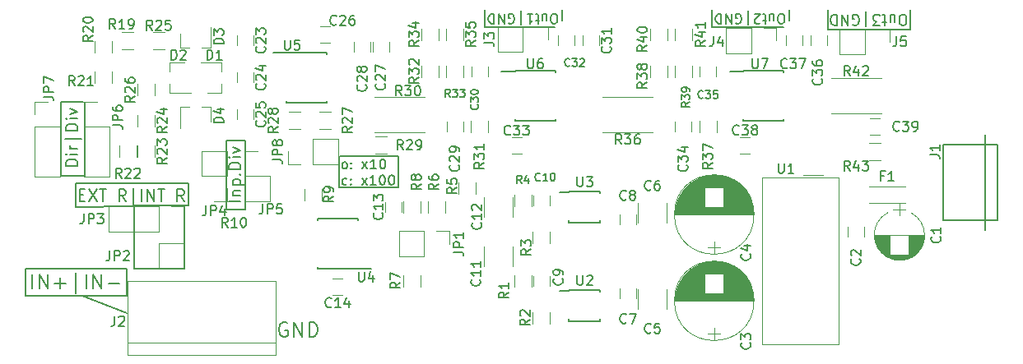
<source format=gbr>
G04 #@! TF.FileFunction,Legend,Top*
%FSLAX46Y46*%
G04 Gerber Fmt 4.6, Leading zero omitted, Abs format (unit mm)*
G04 Created by KiCad (PCBNEW 4.0.7) date 03/17/18 16:38:50*
%MOMM*%
%LPD*%
G01*
G04 APERTURE LIST*
%ADD10C,0.100000*%
%ADD11C,0.200000*%
%ADD12C,0.150000*%
%ADD13C,0.180000*%
%ADD14C,0.120000*%
%ADD15C,0.130000*%
G04 APERTURE END LIST*
D10*
D11*
X163703000Y-61722000D02*
X163703000Y-59690000D01*
X155194000Y-61722000D02*
X163703000Y-61722000D01*
X155194000Y-59690000D02*
X155194000Y-61722000D01*
X151257000Y-60833000D02*
X151257000Y-59690000D01*
X143256000Y-61468000D02*
X150622000Y-61468000D01*
X143256000Y-59690000D02*
X143256000Y-61468000D01*
X127889000Y-60833000D02*
X127889000Y-59690000D01*
X119888000Y-61468000D02*
X127127000Y-61468000D01*
X119888000Y-59690000D02*
X119888000Y-61468000D01*
X77851000Y-80010000D02*
X89154000Y-79883000D01*
X77851000Y-77597000D02*
X77851000Y-80010000D01*
X89408000Y-77597000D02*
X77851000Y-77597000D01*
X89408000Y-79883000D02*
X89408000Y-77597000D01*
X89027000Y-79883000D02*
X89408000Y-79883000D01*
X72644000Y-89154000D02*
X72644000Y-86360000D01*
X83058000Y-89154000D02*
X72644000Y-89154000D01*
X83058000Y-86360000D02*
X83058000Y-89154000D01*
X72644000Y-86360000D02*
X83058000Y-86360000D01*
X78740000Y-76835000D02*
X78740000Y-69215000D01*
X76327000Y-76835000D02*
X78740000Y-76835000D01*
X76327000Y-69215000D02*
X76327000Y-76835000D01*
X78613000Y-69215000D02*
X76327000Y-69215000D01*
X78223142Y-78781286D02*
X78623142Y-78781286D01*
X78794571Y-79409857D02*
X78223142Y-79409857D01*
X78223142Y-78209857D01*
X78794571Y-78209857D01*
X79194571Y-78209857D02*
X79994571Y-79409857D01*
X79994571Y-78209857D02*
X79194571Y-79409857D01*
X80280285Y-78209857D02*
X80965999Y-78209857D01*
X80623142Y-79409857D02*
X80623142Y-78209857D01*
X82966000Y-79409857D02*
X82566000Y-78838429D01*
X82280285Y-79409857D02*
X82280285Y-78209857D01*
X82737428Y-78209857D01*
X82851714Y-78267000D01*
X82908857Y-78324143D01*
X82966000Y-78438429D01*
X82966000Y-78609857D01*
X82908857Y-78724143D01*
X82851714Y-78781286D01*
X82737428Y-78838429D01*
X82280285Y-78838429D01*
X83766000Y-79809857D02*
X83766000Y-78095571D01*
X84623142Y-79409857D02*
X84623142Y-78209857D01*
X85194571Y-79409857D02*
X85194571Y-78209857D01*
X85880286Y-79409857D01*
X85880286Y-78209857D01*
X86280286Y-78209857D02*
X86966000Y-78209857D01*
X86623143Y-79409857D02*
X86623143Y-78209857D01*
X88966001Y-79409857D02*
X88566001Y-78838429D01*
X88280286Y-79409857D02*
X88280286Y-78209857D01*
X88737429Y-78209857D01*
X88851715Y-78267000D01*
X88908858Y-78324143D01*
X88966001Y-78438429D01*
X88966001Y-78609857D01*
X88908858Y-78724143D01*
X88851715Y-78781286D01*
X88737429Y-78838429D01*
X88280286Y-78838429D01*
X83820000Y-86360000D02*
X83820000Y-84836000D01*
X89027000Y-86360000D02*
X83820000Y-86360000D01*
X89027000Y-79883000D02*
X89027000Y-86360000D01*
X83820000Y-79883000D02*
X89027000Y-79883000D01*
X83820000Y-85090000D02*
X83820000Y-79883000D01*
X93345000Y-80264000D02*
X93345000Y-74168000D01*
X95250000Y-80264000D02*
X93345000Y-80264000D01*
X95250000Y-73152000D02*
X95250000Y-80264000D01*
X93345000Y-73152000D02*
X95250000Y-73152000D01*
X93345000Y-74295000D02*
X93345000Y-73152000D01*
D12*
X94776857Y-79422286D02*
X93576857Y-79422286D01*
X93976857Y-78850857D02*
X94776857Y-78850857D01*
X94091143Y-78850857D02*
X94034000Y-78793714D01*
X93976857Y-78679428D01*
X93976857Y-78508000D01*
X94034000Y-78393714D01*
X94148286Y-78336571D01*
X94776857Y-78336571D01*
X93976857Y-77765143D02*
X95176857Y-77765143D01*
X94034000Y-77765143D02*
X93976857Y-77650857D01*
X93976857Y-77422286D01*
X94034000Y-77308000D01*
X94091143Y-77250857D01*
X94205429Y-77193714D01*
X94548286Y-77193714D01*
X94662571Y-77250857D01*
X94719714Y-77308000D01*
X94776857Y-77422286D01*
X94776857Y-77650857D01*
X94719714Y-77765143D01*
X94662571Y-76679429D02*
X94719714Y-76622286D01*
X94776857Y-76679429D01*
X94719714Y-76736572D01*
X94662571Y-76679429D01*
X94776857Y-76679429D01*
X94776857Y-76108000D02*
X93576857Y-76108000D01*
X93576857Y-75822285D01*
X93634000Y-75650857D01*
X93748286Y-75536571D01*
X93862571Y-75479428D01*
X94091143Y-75422285D01*
X94262571Y-75422285D01*
X94491143Y-75479428D01*
X94605429Y-75536571D01*
X94719714Y-75650857D01*
X94776857Y-75822285D01*
X94776857Y-76108000D01*
X94776857Y-74908000D02*
X93976857Y-74908000D01*
X93576857Y-74908000D02*
X93634000Y-74965143D01*
X93691143Y-74908000D01*
X93634000Y-74850857D01*
X93576857Y-74908000D01*
X93691143Y-74908000D01*
X93976857Y-74450856D02*
X94776857Y-74165142D01*
X93976857Y-73879428D01*
D11*
X104902000Y-77978000D02*
X104902000Y-74803000D01*
X110998000Y-77978000D02*
X104902000Y-77978000D01*
X110998000Y-74803000D02*
X110998000Y-77978000D01*
X105029000Y-74803000D02*
X110998000Y-74803000D01*
D12*
X105409952Y-76081381D02*
X105314714Y-76033762D01*
X105267095Y-75986143D01*
X105219476Y-75890905D01*
X105219476Y-75605190D01*
X105267095Y-75509952D01*
X105314714Y-75462333D01*
X105409952Y-75414714D01*
X105552810Y-75414714D01*
X105648048Y-75462333D01*
X105695667Y-75509952D01*
X105743286Y-75605190D01*
X105743286Y-75890905D01*
X105695667Y-75986143D01*
X105648048Y-76033762D01*
X105552810Y-76081381D01*
X105409952Y-76081381D01*
X106171857Y-75986143D02*
X106219476Y-76033762D01*
X106171857Y-76081381D01*
X106124238Y-76033762D01*
X106171857Y-75986143D01*
X106171857Y-76081381D01*
X106171857Y-75462333D02*
X106219476Y-75509952D01*
X106171857Y-75557571D01*
X106124238Y-75509952D01*
X106171857Y-75462333D01*
X106171857Y-75557571D01*
X107314714Y-76081381D02*
X107838524Y-75414714D01*
X107314714Y-75414714D02*
X107838524Y-76081381D01*
X108743286Y-76081381D02*
X108171857Y-76081381D01*
X108457571Y-76081381D02*
X108457571Y-75081381D01*
X108362333Y-75224238D01*
X108267095Y-75319476D01*
X108171857Y-75367095D01*
X109362333Y-75081381D02*
X109457572Y-75081381D01*
X109552810Y-75129000D01*
X109600429Y-75176619D01*
X109648048Y-75271857D01*
X109695667Y-75462333D01*
X109695667Y-75700429D01*
X109648048Y-75890905D01*
X109600429Y-75986143D01*
X109552810Y-76033762D01*
X109457572Y-76081381D01*
X109362333Y-76081381D01*
X109267095Y-76033762D01*
X109219476Y-75986143D01*
X109171857Y-75890905D01*
X109124238Y-75700429D01*
X109124238Y-75462333D01*
X109171857Y-75271857D01*
X109219476Y-75176619D01*
X109267095Y-75129000D01*
X109362333Y-75081381D01*
X105695667Y-77683762D02*
X105600429Y-77731381D01*
X105409952Y-77731381D01*
X105314714Y-77683762D01*
X105267095Y-77636143D01*
X105219476Y-77540905D01*
X105219476Y-77255190D01*
X105267095Y-77159952D01*
X105314714Y-77112333D01*
X105409952Y-77064714D01*
X105600429Y-77064714D01*
X105695667Y-77112333D01*
X106124238Y-77636143D02*
X106171857Y-77683762D01*
X106124238Y-77731381D01*
X106076619Y-77683762D01*
X106124238Y-77636143D01*
X106124238Y-77731381D01*
X106124238Y-77112333D02*
X106171857Y-77159952D01*
X106124238Y-77207571D01*
X106076619Y-77159952D01*
X106124238Y-77112333D01*
X106124238Y-77207571D01*
X107267095Y-77731381D02*
X107790905Y-77064714D01*
X107267095Y-77064714D02*
X107790905Y-77731381D01*
X108695667Y-77731381D02*
X108124238Y-77731381D01*
X108409952Y-77731381D02*
X108409952Y-76731381D01*
X108314714Y-76874238D01*
X108219476Y-76969476D01*
X108124238Y-77017095D01*
X109314714Y-76731381D02*
X109409953Y-76731381D01*
X109505191Y-76779000D01*
X109552810Y-76826619D01*
X109600429Y-76921857D01*
X109648048Y-77112333D01*
X109648048Y-77350429D01*
X109600429Y-77540905D01*
X109552810Y-77636143D01*
X109505191Y-77683762D01*
X109409953Y-77731381D01*
X109314714Y-77731381D01*
X109219476Y-77683762D01*
X109171857Y-77636143D01*
X109124238Y-77540905D01*
X109076619Y-77350429D01*
X109076619Y-77112333D01*
X109124238Y-76921857D01*
X109171857Y-76826619D01*
X109219476Y-76779000D01*
X109314714Y-76731381D01*
X110267095Y-76731381D02*
X110362334Y-76731381D01*
X110457572Y-76779000D01*
X110505191Y-76826619D01*
X110552810Y-76921857D01*
X110600429Y-77112333D01*
X110600429Y-77350429D01*
X110552810Y-77540905D01*
X110505191Y-77636143D01*
X110457572Y-77683762D01*
X110362334Y-77731381D01*
X110267095Y-77731381D01*
X110171857Y-77683762D01*
X110124238Y-77636143D01*
X110076619Y-77540905D01*
X110029000Y-77350429D01*
X110029000Y-77112333D01*
X110076619Y-76921857D01*
X110124238Y-76826619D01*
X110171857Y-76779000D01*
X110267095Y-76731381D01*
D13*
X78012857Y-75783715D02*
X76812857Y-75783715D01*
X76812857Y-75498000D01*
X76870000Y-75326572D01*
X76984286Y-75212286D01*
X77098571Y-75155143D01*
X77327143Y-75098000D01*
X77498571Y-75098000D01*
X77727143Y-75155143D01*
X77841429Y-75212286D01*
X77955714Y-75326572D01*
X78012857Y-75498000D01*
X78012857Y-75783715D01*
X78012857Y-74583715D02*
X77212857Y-74583715D01*
X76812857Y-74583715D02*
X76870000Y-74640858D01*
X76927143Y-74583715D01*
X76870000Y-74526572D01*
X76812857Y-74583715D01*
X76927143Y-74583715D01*
X78012857Y-74012286D02*
X77212857Y-74012286D01*
X77441429Y-74012286D02*
X77327143Y-73955143D01*
X77270000Y-73898000D01*
X77212857Y-73783714D01*
X77212857Y-73669429D01*
X78412857Y-72983714D02*
X76698571Y-72983714D01*
X78012857Y-72126572D02*
X76812857Y-72126572D01*
X76812857Y-71840857D01*
X76870000Y-71669429D01*
X76984286Y-71555143D01*
X77098571Y-71498000D01*
X77327143Y-71440857D01*
X77498571Y-71440857D01*
X77727143Y-71498000D01*
X77841429Y-71555143D01*
X77955714Y-71669429D01*
X78012857Y-71840857D01*
X78012857Y-72126572D01*
X78012857Y-70926572D02*
X77212857Y-70926572D01*
X76812857Y-70926572D02*
X76870000Y-70983715D01*
X76927143Y-70926572D01*
X76870000Y-70869429D01*
X76812857Y-70926572D01*
X76927143Y-70926572D01*
X77212857Y-70469428D02*
X78012857Y-70183714D01*
X77212857Y-69898000D01*
D11*
X78486000Y-89154000D02*
X83058000Y-90932000D01*
X99568143Y-91960000D02*
X99425286Y-91888571D01*
X99211000Y-91888571D01*
X98996715Y-91960000D01*
X98853857Y-92102857D01*
X98782429Y-92245714D01*
X98711000Y-92531429D01*
X98711000Y-92745714D01*
X98782429Y-93031429D01*
X98853857Y-93174286D01*
X98996715Y-93317143D01*
X99211000Y-93388571D01*
X99353857Y-93388571D01*
X99568143Y-93317143D01*
X99639572Y-93245714D01*
X99639572Y-92745714D01*
X99353857Y-92745714D01*
X100282429Y-93388571D02*
X100282429Y-91888571D01*
X101139572Y-93388571D01*
X101139572Y-91888571D01*
X101853858Y-93388571D02*
X101853858Y-91888571D01*
X102211001Y-91888571D01*
X102425286Y-91960000D01*
X102568144Y-92102857D01*
X102639572Y-92245714D01*
X102711001Y-92531429D01*
X102711001Y-92745714D01*
X102639572Y-93031429D01*
X102568144Y-93174286D01*
X102425286Y-93317143D01*
X102211001Y-93388571D01*
X101853858Y-93388571D01*
X73351000Y-88435571D02*
X73351000Y-86935571D01*
X74065286Y-88435571D02*
X74065286Y-86935571D01*
X74922429Y-88435571D01*
X74922429Y-86935571D01*
X75636715Y-87864143D02*
X76779572Y-87864143D01*
X76208143Y-88435571D02*
X76208143Y-87292714D01*
X77851001Y-88935571D02*
X77851001Y-86792714D01*
X78922429Y-88435571D02*
X78922429Y-86935571D01*
X79636715Y-88435571D02*
X79636715Y-86935571D01*
X80493858Y-88435571D01*
X80493858Y-86935571D01*
X81208144Y-87864143D02*
X82351001Y-87864143D01*
D12*
X127134524Y-61126619D02*
X126944047Y-61126619D01*
X126848809Y-61079000D01*
X126753571Y-60983762D01*
X126705952Y-60793286D01*
X126705952Y-60459952D01*
X126753571Y-60269476D01*
X126848809Y-60174238D01*
X126944047Y-60126619D01*
X127134524Y-60126619D01*
X127229762Y-60174238D01*
X127325000Y-60269476D01*
X127372619Y-60459952D01*
X127372619Y-60793286D01*
X127325000Y-60983762D01*
X127229762Y-61079000D01*
X127134524Y-61126619D01*
X125848809Y-60793286D02*
X125848809Y-60126619D01*
X126277381Y-60793286D02*
X126277381Y-60269476D01*
X126229762Y-60174238D01*
X126134524Y-60126619D01*
X125991666Y-60126619D01*
X125896428Y-60174238D01*
X125848809Y-60221857D01*
X125515476Y-60793286D02*
X125134524Y-60793286D01*
X125372619Y-61126619D02*
X125372619Y-60269476D01*
X125325000Y-60174238D01*
X125229762Y-60126619D01*
X125134524Y-60126619D01*
X124277380Y-60126619D02*
X124848809Y-60126619D01*
X124563095Y-60126619D02*
X124563095Y-61126619D01*
X124658333Y-60983762D01*
X124753571Y-60888524D01*
X124848809Y-60840905D01*
X123610714Y-59793286D02*
X123610714Y-61221857D01*
X122372618Y-61079000D02*
X122467856Y-61126619D01*
X122610713Y-61126619D01*
X122753571Y-61079000D01*
X122848809Y-60983762D01*
X122896428Y-60888524D01*
X122944047Y-60698048D01*
X122944047Y-60555190D01*
X122896428Y-60364714D01*
X122848809Y-60269476D01*
X122753571Y-60174238D01*
X122610713Y-60126619D01*
X122515475Y-60126619D01*
X122372618Y-60174238D01*
X122324999Y-60221857D01*
X122324999Y-60555190D01*
X122515475Y-60555190D01*
X121896428Y-60126619D02*
X121896428Y-61126619D01*
X121324999Y-60126619D01*
X121324999Y-61126619D01*
X120848809Y-60126619D02*
X120848809Y-61126619D01*
X120610714Y-61126619D01*
X120467856Y-61079000D01*
X120372618Y-60983762D01*
X120324999Y-60888524D01*
X120277380Y-60698048D01*
X120277380Y-60555190D01*
X120324999Y-60364714D01*
X120372618Y-60269476D01*
X120467856Y-60174238D01*
X120610714Y-60126619D01*
X120848809Y-60126619D01*
X150502524Y-61126619D02*
X150312047Y-61126619D01*
X150216809Y-61079000D01*
X150121571Y-60983762D01*
X150073952Y-60793286D01*
X150073952Y-60459952D01*
X150121571Y-60269476D01*
X150216809Y-60174238D01*
X150312047Y-60126619D01*
X150502524Y-60126619D01*
X150597762Y-60174238D01*
X150693000Y-60269476D01*
X150740619Y-60459952D01*
X150740619Y-60793286D01*
X150693000Y-60983762D01*
X150597762Y-61079000D01*
X150502524Y-61126619D01*
X149216809Y-60793286D02*
X149216809Y-60126619D01*
X149645381Y-60793286D02*
X149645381Y-60269476D01*
X149597762Y-60174238D01*
X149502524Y-60126619D01*
X149359666Y-60126619D01*
X149264428Y-60174238D01*
X149216809Y-60221857D01*
X148883476Y-60793286D02*
X148502524Y-60793286D01*
X148740619Y-61126619D02*
X148740619Y-60269476D01*
X148693000Y-60174238D01*
X148597762Y-60126619D01*
X148502524Y-60126619D01*
X148216809Y-61031381D02*
X148169190Y-61079000D01*
X148073952Y-61126619D01*
X147835856Y-61126619D01*
X147740618Y-61079000D01*
X147692999Y-61031381D01*
X147645380Y-60936143D01*
X147645380Y-60840905D01*
X147692999Y-60698048D01*
X148264428Y-60126619D01*
X147645380Y-60126619D01*
X146978714Y-59793286D02*
X146978714Y-61221857D01*
X145740618Y-61079000D02*
X145835856Y-61126619D01*
X145978713Y-61126619D01*
X146121571Y-61079000D01*
X146216809Y-60983762D01*
X146264428Y-60888524D01*
X146312047Y-60698048D01*
X146312047Y-60555190D01*
X146264428Y-60364714D01*
X146216809Y-60269476D01*
X146121571Y-60174238D01*
X145978713Y-60126619D01*
X145883475Y-60126619D01*
X145740618Y-60174238D01*
X145692999Y-60221857D01*
X145692999Y-60555190D01*
X145883475Y-60555190D01*
X145264428Y-60126619D02*
X145264428Y-61126619D01*
X144692999Y-60126619D01*
X144692999Y-61126619D01*
X144216809Y-60126619D02*
X144216809Y-61126619D01*
X143978714Y-61126619D01*
X143835856Y-61079000D01*
X143740618Y-60983762D01*
X143692999Y-60888524D01*
X143645380Y-60698048D01*
X143645380Y-60555190D01*
X143692999Y-60364714D01*
X143740618Y-60269476D01*
X143835856Y-60174238D01*
X143978714Y-60126619D01*
X144216809Y-60126619D01*
X163025475Y-61308381D02*
X162815952Y-61308381D01*
X162711190Y-61256000D01*
X162606428Y-61151238D01*
X162554047Y-60941714D01*
X162554047Y-60575048D01*
X162606428Y-60365524D01*
X162711190Y-60260762D01*
X162815952Y-60208381D01*
X163025475Y-60208381D01*
X163130237Y-60260762D01*
X163234999Y-60365524D01*
X163287380Y-60575048D01*
X163287380Y-60941714D01*
X163234999Y-61151238D01*
X163130237Y-61256000D01*
X163025475Y-61308381D01*
X161611190Y-60941714D02*
X161611190Y-60208381D01*
X162082618Y-60941714D02*
X162082618Y-60365524D01*
X162030237Y-60260762D01*
X161925475Y-60208381D01*
X161768333Y-60208381D01*
X161663571Y-60260762D01*
X161611190Y-60313143D01*
X161244523Y-60941714D02*
X160825475Y-60941714D01*
X161087380Y-61308381D02*
X161087380Y-60365524D01*
X161034999Y-60260762D01*
X160930237Y-60208381D01*
X160825475Y-60208381D01*
X160563571Y-61308381D02*
X159882619Y-61308381D01*
X160249285Y-60889333D01*
X160092143Y-60889333D01*
X159987381Y-60836952D01*
X159935000Y-60784571D01*
X159882619Y-60679810D01*
X159882619Y-60417905D01*
X159935000Y-60313143D01*
X159987381Y-60260762D01*
X160092143Y-60208381D01*
X160406428Y-60208381D01*
X160511190Y-60260762D01*
X160563571Y-60313143D01*
X159149285Y-59841714D02*
X159149285Y-61413143D01*
X157787381Y-61256000D02*
X157892143Y-61308381D01*
X158049286Y-61308381D01*
X158206428Y-61256000D01*
X158311190Y-61151238D01*
X158363571Y-61046476D01*
X158415952Y-60836952D01*
X158415952Y-60679810D01*
X158363571Y-60470286D01*
X158311190Y-60365524D01*
X158206428Y-60260762D01*
X158049286Y-60208381D01*
X157944524Y-60208381D01*
X157787381Y-60260762D01*
X157735000Y-60313143D01*
X157735000Y-60679810D01*
X157944524Y-60679810D01*
X157263571Y-60208381D02*
X157263571Y-61308381D01*
X156635000Y-60208381D01*
X156635000Y-61308381D01*
X156111190Y-60208381D02*
X156111190Y-61308381D01*
X155849285Y-61308381D01*
X155692143Y-61256000D01*
X155587381Y-61151238D01*
X155535000Y-61046476D01*
X155482619Y-60836952D01*
X155482619Y-60679810D01*
X155535000Y-60470286D01*
X155587381Y-60365524D01*
X155692143Y-60260762D01*
X155849285Y-60208381D01*
X156111190Y-60208381D01*
D14*
X163739723Y-85220722D02*
G75*
G03X163740000Y-80609420I-1179723J2305722D01*
G01*
X161380277Y-85220722D02*
G75*
G02X161380000Y-80609420I1179723J2305722D01*
G01*
X161380277Y-85220722D02*
G75*
G03X163740000Y-85220580I1179723J2305722D01*
G01*
X165110000Y-82915000D02*
X160010000Y-82915000D01*
X165110000Y-82955000D02*
X163540000Y-82955000D01*
X161580000Y-82955000D02*
X160010000Y-82955000D01*
X165109000Y-82995000D02*
X163540000Y-82995000D01*
X161580000Y-82995000D02*
X160011000Y-82995000D01*
X165108000Y-83035000D02*
X163540000Y-83035000D01*
X161580000Y-83035000D02*
X160012000Y-83035000D01*
X165106000Y-83075000D02*
X163540000Y-83075000D01*
X161580000Y-83075000D02*
X160014000Y-83075000D01*
X165103000Y-83115000D02*
X163540000Y-83115000D01*
X161580000Y-83115000D02*
X160017000Y-83115000D01*
X165099000Y-83155000D02*
X163540000Y-83155000D01*
X161580000Y-83155000D02*
X160021000Y-83155000D01*
X165095000Y-83195000D02*
X163540000Y-83195000D01*
X161580000Y-83195000D02*
X160025000Y-83195000D01*
X165091000Y-83235000D02*
X163540000Y-83235000D01*
X161580000Y-83235000D02*
X160029000Y-83235000D01*
X165085000Y-83275000D02*
X163540000Y-83275000D01*
X161580000Y-83275000D02*
X160035000Y-83275000D01*
X165079000Y-83315000D02*
X163540000Y-83315000D01*
X161580000Y-83315000D02*
X160041000Y-83315000D01*
X165073000Y-83355000D02*
X163540000Y-83355000D01*
X161580000Y-83355000D02*
X160047000Y-83355000D01*
X165066000Y-83395000D02*
X163540000Y-83395000D01*
X161580000Y-83395000D02*
X160054000Y-83395000D01*
X165058000Y-83435000D02*
X163540000Y-83435000D01*
X161580000Y-83435000D02*
X160062000Y-83435000D01*
X165049000Y-83475000D02*
X163540000Y-83475000D01*
X161580000Y-83475000D02*
X160071000Y-83475000D01*
X165040000Y-83515000D02*
X163540000Y-83515000D01*
X161580000Y-83515000D02*
X160080000Y-83515000D01*
X165030000Y-83555000D02*
X163540000Y-83555000D01*
X161580000Y-83555000D02*
X160090000Y-83555000D01*
X165020000Y-83595000D02*
X163540000Y-83595000D01*
X161580000Y-83595000D02*
X160100000Y-83595000D01*
X165008000Y-83636000D02*
X163540000Y-83636000D01*
X161580000Y-83636000D02*
X160112000Y-83636000D01*
X164996000Y-83676000D02*
X163540000Y-83676000D01*
X161580000Y-83676000D02*
X160124000Y-83676000D01*
X164984000Y-83716000D02*
X163540000Y-83716000D01*
X161580000Y-83716000D02*
X160136000Y-83716000D01*
X164970000Y-83756000D02*
X163540000Y-83756000D01*
X161580000Y-83756000D02*
X160150000Y-83756000D01*
X164956000Y-83796000D02*
X163540000Y-83796000D01*
X161580000Y-83796000D02*
X160164000Y-83796000D01*
X164942000Y-83836000D02*
X163540000Y-83836000D01*
X161580000Y-83836000D02*
X160178000Y-83836000D01*
X164926000Y-83876000D02*
X163540000Y-83876000D01*
X161580000Y-83876000D02*
X160194000Y-83876000D01*
X164910000Y-83916000D02*
X163540000Y-83916000D01*
X161580000Y-83916000D02*
X160210000Y-83916000D01*
X164893000Y-83956000D02*
X163540000Y-83956000D01*
X161580000Y-83956000D02*
X160227000Y-83956000D01*
X164875000Y-83996000D02*
X163540000Y-83996000D01*
X161580000Y-83996000D02*
X160245000Y-83996000D01*
X164856000Y-84036000D02*
X163540000Y-84036000D01*
X161580000Y-84036000D02*
X160264000Y-84036000D01*
X164836000Y-84076000D02*
X163540000Y-84076000D01*
X161580000Y-84076000D02*
X160284000Y-84076000D01*
X164816000Y-84116000D02*
X163540000Y-84116000D01*
X161580000Y-84116000D02*
X160304000Y-84116000D01*
X164794000Y-84156000D02*
X163540000Y-84156000D01*
X161580000Y-84156000D02*
X160326000Y-84156000D01*
X164772000Y-84196000D02*
X163540000Y-84196000D01*
X161580000Y-84196000D02*
X160348000Y-84196000D01*
X164749000Y-84236000D02*
X163540000Y-84236000D01*
X161580000Y-84236000D02*
X160371000Y-84236000D01*
X164725000Y-84276000D02*
X163540000Y-84276000D01*
X161580000Y-84276000D02*
X160395000Y-84276000D01*
X164700000Y-84316000D02*
X163540000Y-84316000D01*
X161580000Y-84316000D02*
X160420000Y-84316000D01*
X164673000Y-84356000D02*
X163540000Y-84356000D01*
X161580000Y-84356000D02*
X160447000Y-84356000D01*
X164646000Y-84396000D02*
X163540000Y-84396000D01*
X161580000Y-84396000D02*
X160474000Y-84396000D01*
X164618000Y-84436000D02*
X163540000Y-84436000D01*
X161580000Y-84436000D02*
X160502000Y-84436000D01*
X164588000Y-84476000D02*
X163540000Y-84476000D01*
X161580000Y-84476000D02*
X160532000Y-84476000D01*
X164557000Y-84516000D02*
X163540000Y-84516000D01*
X161580000Y-84516000D02*
X160563000Y-84516000D01*
X164525000Y-84556000D02*
X163540000Y-84556000D01*
X161580000Y-84556000D02*
X160595000Y-84556000D01*
X164492000Y-84596000D02*
X163540000Y-84596000D01*
X161580000Y-84596000D02*
X160628000Y-84596000D01*
X164457000Y-84636000D02*
X163540000Y-84636000D01*
X161580000Y-84636000D02*
X160663000Y-84636000D01*
X164421000Y-84676000D02*
X163540000Y-84676000D01*
X161580000Y-84676000D02*
X160699000Y-84676000D01*
X164383000Y-84716000D02*
X163540000Y-84716000D01*
X161580000Y-84716000D02*
X160737000Y-84716000D01*
X164343000Y-84756000D02*
X163540000Y-84756000D01*
X161580000Y-84756000D02*
X160777000Y-84756000D01*
X164302000Y-84796000D02*
X163540000Y-84796000D01*
X161580000Y-84796000D02*
X160818000Y-84796000D01*
X164259000Y-84836000D02*
X163540000Y-84836000D01*
X161580000Y-84836000D02*
X160861000Y-84836000D01*
X164214000Y-84876000D02*
X163540000Y-84876000D01*
X161580000Y-84876000D02*
X160906000Y-84876000D01*
X164166000Y-84916000D02*
X160954000Y-84916000D01*
X164116000Y-84956000D02*
X161004000Y-84956000D01*
X164064000Y-84996000D02*
X161056000Y-84996000D01*
X164008000Y-85036000D02*
X161112000Y-85036000D01*
X163950000Y-85076000D02*
X161170000Y-85076000D01*
X163887000Y-85116000D02*
X161233000Y-85116000D01*
X163821000Y-85156000D02*
X161299000Y-85156000D01*
X163749000Y-85196000D02*
X161371000Y-85196000D01*
X163672000Y-85236000D02*
X161448000Y-85236000D01*
X163588000Y-85276000D02*
X161532000Y-85276000D01*
X163494000Y-85316000D02*
X161626000Y-85316000D01*
X163389000Y-85356000D02*
X161731000Y-85356000D01*
X163267000Y-85396000D02*
X161853000Y-85396000D01*
X163119000Y-85436000D02*
X162001000Y-85436000D01*
X162914000Y-85476000D02*
X162206000Y-85476000D01*
X162560000Y-79715000D02*
X162560000Y-80915000D01*
X163210000Y-80315000D02*
X161910000Y-80315000D01*
X158965000Y-83050000D02*
X158965000Y-82050000D01*
X157265000Y-82050000D02*
X157265000Y-83050000D01*
X147600000Y-89690000D02*
G75*
G03X147600000Y-89690000I-4090000J0D01*
G01*
X139460000Y-89690000D02*
X147560000Y-89690000D01*
X139460000Y-89650000D02*
X147560000Y-89650000D01*
X139460000Y-89610000D02*
X147560000Y-89610000D01*
X139461000Y-89570000D02*
X147559000Y-89570000D01*
X139463000Y-89530000D02*
X147557000Y-89530000D01*
X139464000Y-89490000D02*
X147556000Y-89490000D01*
X139467000Y-89450000D02*
X147553000Y-89450000D01*
X139469000Y-89410000D02*
X147551000Y-89410000D01*
X139472000Y-89370000D02*
X147548000Y-89370000D01*
X139475000Y-89330000D02*
X147545000Y-89330000D01*
X139479000Y-89290000D02*
X147541000Y-89290000D01*
X139483000Y-89250000D02*
X147537000Y-89250000D01*
X139488000Y-89210000D02*
X147532000Y-89210000D01*
X139493000Y-89170000D02*
X147527000Y-89170000D01*
X139498000Y-89130000D02*
X147522000Y-89130000D01*
X139504000Y-89090000D02*
X147516000Y-89090000D01*
X139510000Y-89050000D02*
X147510000Y-89050000D01*
X139516000Y-89010000D02*
X147504000Y-89010000D01*
X139523000Y-88969000D02*
X147497000Y-88969000D01*
X139531000Y-88929000D02*
X147489000Y-88929000D01*
X139539000Y-88889000D02*
X142530000Y-88889000D01*
X144490000Y-88889000D02*
X147481000Y-88889000D01*
X139547000Y-88849000D02*
X142530000Y-88849000D01*
X144490000Y-88849000D02*
X147473000Y-88849000D01*
X139555000Y-88809000D02*
X142530000Y-88809000D01*
X144490000Y-88809000D02*
X147465000Y-88809000D01*
X139564000Y-88769000D02*
X142530000Y-88769000D01*
X144490000Y-88769000D02*
X147456000Y-88769000D01*
X139574000Y-88729000D02*
X142530000Y-88729000D01*
X144490000Y-88729000D02*
X147446000Y-88729000D01*
X139584000Y-88689000D02*
X142530000Y-88689000D01*
X144490000Y-88689000D02*
X147436000Y-88689000D01*
X139594000Y-88649000D02*
X142530000Y-88649000D01*
X144490000Y-88649000D02*
X147426000Y-88649000D01*
X139605000Y-88609000D02*
X142530000Y-88609000D01*
X144490000Y-88609000D02*
X147415000Y-88609000D01*
X139616000Y-88569000D02*
X142530000Y-88569000D01*
X144490000Y-88569000D02*
X147404000Y-88569000D01*
X139627000Y-88529000D02*
X142530000Y-88529000D01*
X144490000Y-88529000D02*
X147393000Y-88529000D01*
X139640000Y-88489000D02*
X142530000Y-88489000D01*
X144490000Y-88489000D02*
X147380000Y-88489000D01*
X139652000Y-88449000D02*
X142530000Y-88449000D01*
X144490000Y-88449000D02*
X147368000Y-88449000D01*
X139665000Y-88409000D02*
X142530000Y-88409000D01*
X144490000Y-88409000D02*
X147355000Y-88409000D01*
X139678000Y-88369000D02*
X142530000Y-88369000D01*
X144490000Y-88369000D02*
X147342000Y-88369000D01*
X139692000Y-88329000D02*
X142530000Y-88329000D01*
X144490000Y-88329000D02*
X147328000Y-88329000D01*
X139707000Y-88289000D02*
X142530000Y-88289000D01*
X144490000Y-88289000D02*
X147313000Y-88289000D01*
X139721000Y-88249000D02*
X142530000Y-88249000D01*
X144490000Y-88249000D02*
X147299000Y-88249000D01*
X139737000Y-88209000D02*
X142530000Y-88209000D01*
X144490000Y-88209000D02*
X147283000Y-88209000D01*
X139752000Y-88169000D02*
X142530000Y-88169000D01*
X144490000Y-88169000D02*
X147268000Y-88169000D01*
X139769000Y-88129000D02*
X142530000Y-88129000D01*
X144490000Y-88129000D02*
X147251000Y-88129000D01*
X139785000Y-88089000D02*
X142530000Y-88089000D01*
X144490000Y-88089000D02*
X147235000Y-88089000D01*
X139803000Y-88049000D02*
X142530000Y-88049000D01*
X144490000Y-88049000D02*
X147217000Y-88049000D01*
X139820000Y-88009000D02*
X142530000Y-88009000D01*
X144490000Y-88009000D02*
X147200000Y-88009000D01*
X139839000Y-87969000D02*
X142530000Y-87969000D01*
X144490000Y-87969000D02*
X147181000Y-87969000D01*
X139858000Y-87929000D02*
X142530000Y-87929000D01*
X144490000Y-87929000D02*
X147162000Y-87929000D01*
X139877000Y-87889000D02*
X142530000Y-87889000D01*
X144490000Y-87889000D02*
X147143000Y-87889000D01*
X139897000Y-87849000D02*
X142530000Y-87849000D01*
X144490000Y-87849000D02*
X147123000Y-87849000D01*
X139917000Y-87809000D02*
X142530000Y-87809000D01*
X144490000Y-87809000D02*
X147103000Y-87809000D01*
X139938000Y-87769000D02*
X142530000Y-87769000D01*
X144490000Y-87769000D02*
X147082000Y-87769000D01*
X139960000Y-87729000D02*
X142530000Y-87729000D01*
X144490000Y-87729000D02*
X147060000Y-87729000D01*
X139982000Y-87689000D02*
X142530000Y-87689000D01*
X144490000Y-87689000D02*
X147038000Y-87689000D01*
X140005000Y-87649000D02*
X142530000Y-87649000D01*
X144490000Y-87649000D02*
X147015000Y-87649000D01*
X140028000Y-87609000D02*
X142530000Y-87609000D01*
X144490000Y-87609000D02*
X146992000Y-87609000D01*
X140052000Y-87569000D02*
X142530000Y-87569000D01*
X144490000Y-87569000D02*
X146968000Y-87569000D01*
X140076000Y-87529000D02*
X142530000Y-87529000D01*
X144490000Y-87529000D02*
X146944000Y-87529000D01*
X140102000Y-87489000D02*
X142530000Y-87489000D01*
X144490000Y-87489000D02*
X146918000Y-87489000D01*
X140127000Y-87449000D02*
X142530000Y-87449000D01*
X144490000Y-87449000D02*
X146893000Y-87449000D01*
X140154000Y-87409000D02*
X142530000Y-87409000D01*
X144490000Y-87409000D02*
X146866000Y-87409000D01*
X140181000Y-87369000D02*
X142530000Y-87369000D01*
X144490000Y-87369000D02*
X146839000Y-87369000D01*
X140209000Y-87329000D02*
X142530000Y-87329000D01*
X144490000Y-87329000D02*
X146811000Y-87329000D01*
X140238000Y-87289000D02*
X142530000Y-87289000D01*
X144490000Y-87289000D02*
X146782000Y-87289000D01*
X140267000Y-87249000D02*
X142530000Y-87249000D01*
X144490000Y-87249000D02*
X146753000Y-87249000D01*
X140297000Y-87209000D02*
X142530000Y-87209000D01*
X144490000Y-87209000D02*
X146723000Y-87209000D01*
X140328000Y-87169000D02*
X142530000Y-87169000D01*
X144490000Y-87169000D02*
X146692000Y-87169000D01*
X140360000Y-87129000D02*
X142530000Y-87129000D01*
X144490000Y-87129000D02*
X146660000Y-87129000D01*
X140392000Y-87089000D02*
X142530000Y-87089000D01*
X144490000Y-87089000D02*
X146628000Y-87089000D01*
X140426000Y-87049000D02*
X142530000Y-87049000D01*
X144490000Y-87049000D02*
X146594000Y-87049000D01*
X140460000Y-87009000D02*
X142530000Y-87009000D01*
X144490000Y-87009000D02*
X146560000Y-87009000D01*
X140495000Y-86969000D02*
X142530000Y-86969000D01*
X144490000Y-86969000D02*
X146525000Y-86969000D01*
X140531000Y-86929000D02*
X146489000Y-86929000D01*
X140568000Y-86889000D02*
X146452000Y-86889000D01*
X140606000Y-86849000D02*
X146414000Y-86849000D01*
X140645000Y-86809000D02*
X146375000Y-86809000D01*
X140686000Y-86769000D02*
X146334000Y-86769000D01*
X140727000Y-86729000D02*
X146293000Y-86729000D01*
X140770000Y-86689000D02*
X146250000Y-86689000D01*
X140813000Y-86649000D02*
X146207000Y-86649000D01*
X140858000Y-86609000D02*
X146162000Y-86609000D01*
X140905000Y-86569000D02*
X146115000Y-86569000D01*
X140953000Y-86529000D02*
X146067000Y-86529000D01*
X141002000Y-86489000D02*
X146018000Y-86489000D01*
X141053000Y-86449000D02*
X145967000Y-86449000D01*
X141106000Y-86409000D02*
X145914000Y-86409000D01*
X141161000Y-86369000D02*
X145859000Y-86369000D01*
X141217000Y-86329000D02*
X145803000Y-86329000D01*
X141276000Y-86289000D02*
X145744000Y-86289000D01*
X141337000Y-86249000D02*
X145683000Y-86249000D01*
X141401000Y-86209000D02*
X145619000Y-86209000D01*
X141467000Y-86169000D02*
X145553000Y-86169000D01*
X141536000Y-86129000D02*
X145484000Y-86129000D01*
X141608000Y-86089000D02*
X145412000Y-86089000D01*
X141684000Y-86049000D02*
X145336000Y-86049000D01*
X141765000Y-86009000D02*
X145255000Y-86009000D01*
X141850000Y-85969000D02*
X145170000Y-85969000D01*
X141940000Y-85929000D02*
X145080000Y-85929000D01*
X142037000Y-85889000D02*
X144983000Y-85889000D01*
X142141000Y-85849000D02*
X144879000Y-85849000D01*
X142256000Y-85809000D02*
X144764000Y-85809000D01*
X142383000Y-85769000D02*
X144637000Y-85769000D01*
X142527000Y-85729000D02*
X144493000Y-85729000D01*
X142696000Y-85689000D02*
X144324000Y-85689000D01*
X142912000Y-85649000D02*
X144108000Y-85649000D01*
X143264000Y-85609000D02*
X143756000Y-85609000D01*
X143510000Y-93640000D02*
X143510000Y-92440000D01*
X142860000Y-93040000D02*
X144160000Y-93040000D01*
X147600000Y-80800000D02*
G75*
G03X147600000Y-80800000I-4090000J0D01*
G01*
X139460000Y-80800000D02*
X147560000Y-80800000D01*
X139460000Y-80760000D02*
X147560000Y-80760000D01*
X139460000Y-80720000D02*
X147560000Y-80720000D01*
X139461000Y-80680000D02*
X147559000Y-80680000D01*
X139463000Y-80640000D02*
X147557000Y-80640000D01*
X139464000Y-80600000D02*
X147556000Y-80600000D01*
X139467000Y-80560000D02*
X147553000Y-80560000D01*
X139469000Y-80520000D02*
X147551000Y-80520000D01*
X139472000Y-80480000D02*
X147548000Y-80480000D01*
X139475000Y-80440000D02*
X147545000Y-80440000D01*
X139479000Y-80400000D02*
X147541000Y-80400000D01*
X139483000Y-80360000D02*
X147537000Y-80360000D01*
X139488000Y-80320000D02*
X147532000Y-80320000D01*
X139493000Y-80280000D02*
X147527000Y-80280000D01*
X139498000Y-80240000D02*
X147522000Y-80240000D01*
X139504000Y-80200000D02*
X147516000Y-80200000D01*
X139510000Y-80160000D02*
X147510000Y-80160000D01*
X139516000Y-80120000D02*
X147504000Y-80120000D01*
X139523000Y-80079000D02*
X147497000Y-80079000D01*
X139531000Y-80039000D02*
X147489000Y-80039000D01*
X139539000Y-79999000D02*
X142530000Y-79999000D01*
X144490000Y-79999000D02*
X147481000Y-79999000D01*
X139547000Y-79959000D02*
X142530000Y-79959000D01*
X144490000Y-79959000D02*
X147473000Y-79959000D01*
X139555000Y-79919000D02*
X142530000Y-79919000D01*
X144490000Y-79919000D02*
X147465000Y-79919000D01*
X139564000Y-79879000D02*
X142530000Y-79879000D01*
X144490000Y-79879000D02*
X147456000Y-79879000D01*
X139574000Y-79839000D02*
X142530000Y-79839000D01*
X144490000Y-79839000D02*
X147446000Y-79839000D01*
X139584000Y-79799000D02*
X142530000Y-79799000D01*
X144490000Y-79799000D02*
X147436000Y-79799000D01*
X139594000Y-79759000D02*
X142530000Y-79759000D01*
X144490000Y-79759000D02*
X147426000Y-79759000D01*
X139605000Y-79719000D02*
X142530000Y-79719000D01*
X144490000Y-79719000D02*
X147415000Y-79719000D01*
X139616000Y-79679000D02*
X142530000Y-79679000D01*
X144490000Y-79679000D02*
X147404000Y-79679000D01*
X139627000Y-79639000D02*
X142530000Y-79639000D01*
X144490000Y-79639000D02*
X147393000Y-79639000D01*
X139640000Y-79599000D02*
X142530000Y-79599000D01*
X144490000Y-79599000D02*
X147380000Y-79599000D01*
X139652000Y-79559000D02*
X142530000Y-79559000D01*
X144490000Y-79559000D02*
X147368000Y-79559000D01*
X139665000Y-79519000D02*
X142530000Y-79519000D01*
X144490000Y-79519000D02*
X147355000Y-79519000D01*
X139678000Y-79479000D02*
X142530000Y-79479000D01*
X144490000Y-79479000D02*
X147342000Y-79479000D01*
X139692000Y-79439000D02*
X142530000Y-79439000D01*
X144490000Y-79439000D02*
X147328000Y-79439000D01*
X139707000Y-79399000D02*
X142530000Y-79399000D01*
X144490000Y-79399000D02*
X147313000Y-79399000D01*
X139721000Y-79359000D02*
X142530000Y-79359000D01*
X144490000Y-79359000D02*
X147299000Y-79359000D01*
X139737000Y-79319000D02*
X142530000Y-79319000D01*
X144490000Y-79319000D02*
X147283000Y-79319000D01*
X139752000Y-79279000D02*
X142530000Y-79279000D01*
X144490000Y-79279000D02*
X147268000Y-79279000D01*
X139769000Y-79239000D02*
X142530000Y-79239000D01*
X144490000Y-79239000D02*
X147251000Y-79239000D01*
X139785000Y-79199000D02*
X142530000Y-79199000D01*
X144490000Y-79199000D02*
X147235000Y-79199000D01*
X139803000Y-79159000D02*
X142530000Y-79159000D01*
X144490000Y-79159000D02*
X147217000Y-79159000D01*
X139820000Y-79119000D02*
X142530000Y-79119000D01*
X144490000Y-79119000D02*
X147200000Y-79119000D01*
X139839000Y-79079000D02*
X142530000Y-79079000D01*
X144490000Y-79079000D02*
X147181000Y-79079000D01*
X139858000Y-79039000D02*
X142530000Y-79039000D01*
X144490000Y-79039000D02*
X147162000Y-79039000D01*
X139877000Y-78999000D02*
X142530000Y-78999000D01*
X144490000Y-78999000D02*
X147143000Y-78999000D01*
X139897000Y-78959000D02*
X142530000Y-78959000D01*
X144490000Y-78959000D02*
X147123000Y-78959000D01*
X139917000Y-78919000D02*
X142530000Y-78919000D01*
X144490000Y-78919000D02*
X147103000Y-78919000D01*
X139938000Y-78879000D02*
X142530000Y-78879000D01*
X144490000Y-78879000D02*
X147082000Y-78879000D01*
X139960000Y-78839000D02*
X142530000Y-78839000D01*
X144490000Y-78839000D02*
X147060000Y-78839000D01*
X139982000Y-78799000D02*
X142530000Y-78799000D01*
X144490000Y-78799000D02*
X147038000Y-78799000D01*
X140005000Y-78759000D02*
X142530000Y-78759000D01*
X144490000Y-78759000D02*
X147015000Y-78759000D01*
X140028000Y-78719000D02*
X142530000Y-78719000D01*
X144490000Y-78719000D02*
X146992000Y-78719000D01*
X140052000Y-78679000D02*
X142530000Y-78679000D01*
X144490000Y-78679000D02*
X146968000Y-78679000D01*
X140076000Y-78639000D02*
X142530000Y-78639000D01*
X144490000Y-78639000D02*
X146944000Y-78639000D01*
X140102000Y-78599000D02*
X142530000Y-78599000D01*
X144490000Y-78599000D02*
X146918000Y-78599000D01*
X140127000Y-78559000D02*
X142530000Y-78559000D01*
X144490000Y-78559000D02*
X146893000Y-78559000D01*
X140154000Y-78519000D02*
X142530000Y-78519000D01*
X144490000Y-78519000D02*
X146866000Y-78519000D01*
X140181000Y-78479000D02*
X142530000Y-78479000D01*
X144490000Y-78479000D02*
X146839000Y-78479000D01*
X140209000Y-78439000D02*
X142530000Y-78439000D01*
X144490000Y-78439000D02*
X146811000Y-78439000D01*
X140238000Y-78399000D02*
X142530000Y-78399000D01*
X144490000Y-78399000D02*
X146782000Y-78399000D01*
X140267000Y-78359000D02*
X142530000Y-78359000D01*
X144490000Y-78359000D02*
X146753000Y-78359000D01*
X140297000Y-78319000D02*
X142530000Y-78319000D01*
X144490000Y-78319000D02*
X146723000Y-78319000D01*
X140328000Y-78279000D02*
X142530000Y-78279000D01*
X144490000Y-78279000D02*
X146692000Y-78279000D01*
X140360000Y-78239000D02*
X142530000Y-78239000D01*
X144490000Y-78239000D02*
X146660000Y-78239000D01*
X140392000Y-78199000D02*
X142530000Y-78199000D01*
X144490000Y-78199000D02*
X146628000Y-78199000D01*
X140426000Y-78159000D02*
X142530000Y-78159000D01*
X144490000Y-78159000D02*
X146594000Y-78159000D01*
X140460000Y-78119000D02*
X142530000Y-78119000D01*
X144490000Y-78119000D02*
X146560000Y-78119000D01*
X140495000Y-78079000D02*
X142530000Y-78079000D01*
X144490000Y-78079000D02*
X146525000Y-78079000D01*
X140531000Y-78039000D02*
X146489000Y-78039000D01*
X140568000Y-77999000D02*
X146452000Y-77999000D01*
X140606000Y-77959000D02*
X146414000Y-77959000D01*
X140645000Y-77919000D02*
X146375000Y-77919000D01*
X140686000Y-77879000D02*
X146334000Y-77879000D01*
X140727000Y-77839000D02*
X146293000Y-77839000D01*
X140770000Y-77799000D02*
X146250000Y-77799000D01*
X140813000Y-77759000D02*
X146207000Y-77759000D01*
X140858000Y-77719000D02*
X146162000Y-77719000D01*
X140905000Y-77679000D02*
X146115000Y-77679000D01*
X140953000Y-77639000D02*
X146067000Y-77639000D01*
X141002000Y-77599000D02*
X146018000Y-77599000D01*
X141053000Y-77559000D02*
X145967000Y-77559000D01*
X141106000Y-77519000D02*
X145914000Y-77519000D01*
X141161000Y-77479000D02*
X145859000Y-77479000D01*
X141217000Y-77439000D02*
X145803000Y-77439000D01*
X141276000Y-77399000D02*
X145744000Y-77399000D01*
X141337000Y-77359000D02*
X145683000Y-77359000D01*
X141401000Y-77319000D02*
X145619000Y-77319000D01*
X141467000Y-77279000D02*
X145553000Y-77279000D01*
X141536000Y-77239000D02*
X145484000Y-77239000D01*
X141608000Y-77199000D02*
X145412000Y-77199000D01*
X141684000Y-77159000D02*
X145336000Y-77159000D01*
X141765000Y-77119000D02*
X145255000Y-77119000D01*
X141850000Y-77079000D02*
X145170000Y-77079000D01*
X141940000Y-77039000D02*
X145080000Y-77039000D01*
X142037000Y-76999000D02*
X144983000Y-76999000D01*
X142141000Y-76959000D02*
X144879000Y-76959000D01*
X142256000Y-76919000D02*
X144764000Y-76919000D01*
X142383000Y-76879000D02*
X144637000Y-76879000D01*
X142527000Y-76839000D02*
X144493000Y-76839000D01*
X142696000Y-76799000D02*
X144324000Y-76799000D01*
X142912000Y-76759000D02*
X144108000Y-76759000D01*
X143264000Y-76719000D02*
X143756000Y-76719000D01*
X143510000Y-84750000D02*
X143510000Y-83550000D01*
X142860000Y-84150000D02*
X144160000Y-84150000D01*
X135680000Y-88535000D02*
X135680000Y-90535000D01*
X138640000Y-90535000D02*
X138640000Y-88535000D01*
X135680000Y-79645000D02*
X135680000Y-81645000D01*
X138640000Y-81645000D02*
X138640000Y-79645000D01*
X133770000Y-88400000D02*
X133770000Y-89400000D01*
X135470000Y-89400000D02*
X135470000Y-88400000D01*
X133770000Y-80780000D02*
X133770000Y-81780000D01*
X135470000Y-81780000D02*
X135470000Y-80780000D01*
X126580000Y-88130000D02*
X126580000Y-87130000D01*
X124880000Y-87130000D02*
X124880000Y-88130000D01*
X124880000Y-78875000D02*
X124880000Y-79875000D01*
X126580000Y-79875000D02*
X126580000Y-78875000D01*
X119805000Y-84090000D02*
X119805000Y-86090000D01*
X122765000Y-86090000D02*
X122765000Y-84090000D01*
X119805000Y-79010000D02*
X119805000Y-81010000D01*
X122765000Y-81010000D02*
X122765000Y-79010000D01*
X109640000Y-79510000D02*
X109640000Y-80510000D01*
X111340000Y-80510000D02*
X111340000Y-79510000D01*
X104275000Y-89115000D02*
X105275000Y-89115000D01*
X105275000Y-87415000D02*
X104275000Y-87415000D01*
X96100000Y-63365000D02*
X96100000Y-62365000D01*
X94400000Y-62365000D02*
X94400000Y-63365000D01*
X96100000Y-67175000D02*
X96100000Y-66175000D01*
X94400000Y-66175000D02*
X94400000Y-67175000D01*
X96100000Y-70985000D02*
X96100000Y-69985000D01*
X94400000Y-69985000D02*
X94400000Y-70985000D01*
X104005000Y-61380000D02*
X103005000Y-61380000D01*
X103005000Y-63080000D02*
X104005000Y-63080000D01*
X108370000Y-63000000D02*
X108370000Y-64000000D01*
X110070000Y-64000000D02*
X110070000Y-63000000D01*
X106465000Y-63000000D02*
X106465000Y-64000000D01*
X108165000Y-64000000D02*
X108165000Y-63000000D01*
X117690000Y-72255000D02*
X117690000Y-71255000D01*
X115990000Y-71255000D02*
X115990000Y-72255000D01*
X120230000Y-66540000D02*
X120230000Y-65540000D01*
X118530000Y-65540000D02*
X118530000Y-66540000D01*
X131660000Y-63365000D02*
X131660000Y-62365000D01*
X129960000Y-62365000D02*
X129960000Y-63365000D01*
X129120000Y-63365000D02*
X129120000Y-62365000D01*
X127420000Y-62365000D02*
X127420000Y-63365000D01*
X123690000Y-72810000D02*
X122690000Y-72810000D01*
X122690000Y-74510000D02*
X123690000Y-74510000D01*
X141185000Y-72255000D02*
X141185000Y-71255000D01*
X139485000Y-71255000D02*
X139485000Y-72255000D01*
X143725000Y-66540000D02*
X143725000Y-65540000D01*
X142025000Y-65540000D02*
X142025000Y-66540000D01*
X155155000Y-63365000D02*
X155155000Y-62365000D01*
X153455000Y-62365000D02*
X153455000Y-63365000D01*
X152615000Y-63365000D02*
X152615000Y-62365000D01*
X150915000Y-62365000D02*
X150915000Y-63365000D01*
X147185000Y-72810000D02*
X146185000Y-72810000D01*
X146185000Y-74510000D02*
X147185000Y-74510000D01*
X159520000Y-72605000D02*
X160520000Y-72605000D01*
X160520000Y-70905000D02*
X159520000Y-70905000D01*
X92835000Y-68255000D02*
X92835000Y-67325000D01*
X92835000Y-65095000D02*
X92835000Y-66025000D01*
X92835000Y-65095000D02*
X90675000Y-65095000D01*
X92835000Y-68255000D02*
X91375000Y-68255000D01*
X87505000Y-65095000D02*
X87505000Y-66025000D01*
X87505000Y-68255000D02*
X87505000Y-67325000D01*
X87505000Y-68255000D02*
X89665000Y-68255000D01*
X87505000Y-65095000D02*
X88965000Y-65095000D01*
X88590000Y-63625000D02*
X89520000Y-63625000D01*
X91750000Y-63625000D02*
X90820000Y-63625000D01*
X91750000Y-63625000D02*
X91750000Y-61465000D01*
X88590000Y-63625000D02*
X88590000Y-62165000D01*
X91750000Y-69725000D02*
X90820000Y-69725000D01*
X88590000Y-69725000D02*
X89520000Y-69725000D01*
X88590000Y-69725000D02*
X88590000Y-71885000D01*
X91750000Y-69725000D02*
X91750000Y-71185000D01*
X159430000Y-77880000D02*
X163150000Y-77880000D01*
X159430000Y-79600000D02*
X163150000Y-79600000D01*
X111065000Y-82490000D02*
X111065000Y-85150000D01*
X113665000Y-82490000D02*
X111065000Y-82490000D01*
X113665000Y-85150000D02*
X111065000Y-85150000D01*
X113665000Y-82490000D02*
X113665000Y-85150000D01*
X114935000Y-82490000D02*
X116265000Y-82490000D01*
X116265000Y-82490000D02*
X116265000Y-83820000D01*
X88960000Y-86420000D02*
X88960000Y-83760000D01*
X86360000Y-86420000D02*
X88960000Y-86420000D01*
X86360000Y-83760000D02*
X88960000Y-83760000D01*
X86360000Y-86420000D02*
X86360000Y-83760000D01*
X85090000Y-86420000D02*
X83760000Y-86420000D01*
X83760000Y-86420000D02*
X83760000Y-85090000D01*
X81220000Y-79950000D02*
X81220000Y-82610000D01*
X86360000Y-79950000D02*
X81220000Y-79950000D01*
X86360000Y-82610000D02*
X81220000Y-82610000D01*
X86360000Y-79950000D02*
X86360000Y-82610000D01*
X87630000Y-79950000D02*
X88960000Y-79950000D01*
X88960000Y-79950000D02*
X88960000Y-81280000D01*
X93405000Y-74235000D02*
X90745000Y-74235000D01*
X93405000Y-76835000D02*
X93405000Y-74235000D01*
X90745000Y-76835000D02*
X90745000Y-74235000D01*
X93405000Y-76835000D02*
X90745000Y-76835000D01*
X93405000Y-78105000D02*
X93405000Y-79435000D01*
X93405000Y-79435000D02*
X92075000Y-79435000D01*
X95190000Y-79435000D02*
X97850000Y-79435000D01*
X95190000Y-76835000D02*
X95190000Y-79435000D01*
X97850000Y-76835000D02*
X97850000Y-79435000D01*
X95190000Y-76835000D02*
X97850000Y-76835000D01*
X95190000Y-75565000D02*
X95190000Y-74235000D01*
X95190000Y-74235000D02*
X96520000Y-74235000D01*
X78680000Y-76895000D02*
X81340000Y-76895000D01*
X78680000Y-71755000D02*
X78680000Y-76895000D01*
X81340000Y-71755000D02*
X81340000Y-76895000D01*
X78680000Y-71755000D02*
X81340000Y-71755000D01*
X78680000Y-70485000D02*
X78680000Y-69155000D01*
X78680000Y-69155000D02*
X80010000Y-69155000D01*
X73600000Y-76895000D02*
X76260000Y-76895000D01*
X73600000Y-71755000D02*
X73600000Y-76895000D01*
X76260000Y-71755000D02*
X76260000Y-76895000D01*
X73600000Y-71755000D02*
X76260000Y-71755000D01*
X73600000Y-70485000D02*
X73600000Y-69155000D01*
X73600000Y-69155000D02*
X74930000Y-69155000D01*
X104835000Y-75625000D02*
X104835000Y-72965000D01*
X102235000Y-75625000D02*
X104835000Y-75625000D01*
X102235000Y-72965000D02*
X104835000Y-72965000D01*
X102235000Y-75625000D02*
X102235000Y-72965000D01*
X100965000Y-75625000D02*
X99635000Y-75625000D01*
X99635000Y-75625000D02*
X99635000Y-74295000D01*
X122945000Y-88230000D02*
X122945000Y-87030000D01*
X124705000Y-87030000D02*
X124705000Y-88230000D01*
X124850000Y-92040000D02*
X124850000Y-90840000D01*
X126610000Y-90840000D02*
X126610000Y-92040000D01*
X126610000Y-82585000D02*
X126610000Y-83785000D01*
X124850000Y-83785000D02*
X124850000Y-82585000D01*
X124705000Y-78775000D02*
X124705000Y-79975000D01*
X122945000Y-79975000D02*
X122945000Y-78775000D01*
X117230000Y-78705000D02*
X117230000Y-77505000D01*
X118990000Y-77505000D02*
X118990000Y-78705000D01*
X114055000Y-80610000D02*
X114055000Y-79410000D01*
X115815000Y-79410000D02*
X115815000Y-80610000D01*
X113275000Y-87030000D02*
X113275000Y-88230000D01*
X111515000Y-88230000D02*
X111515000Y-87030000D01*
X113275000Y-79410000D02*
X113275000Y-80610000D01*
X111515000Y-80610000D02*
X111515000Y-79410000D01*
X101355000Y-79340000D02*
X101355000Y-78140000D01*
X103115000Y-78140000D02*
X103115000Y-79340000D01*
X82585000Y-61985000D02*
X83785000Y-61985000D01*
X83785000Y-63745000D02*
X82585000Y-63745000D01*
X81525000Y-62900000D02*
X81525000Y-64100000D01*
X79765000Y-64100000D02*
X79765000Y-62900000D01*
X79765000Y-67275000D02*
X79765000Y-66075000D01*
X81525000Y-66075000D02*
X81525000Y-67275000D01*
X84065000Y-73695000D02*
X84065000Y-74895000D01*
X82305000Y-74895000D02*
X82305000Y-73695000D01*
X84210000Y-74895000D02*
X84210000Y-73695000D01*
X85970000Y-73695000D02*
X85970000Y-74895000D01*
X84210000Y-71720000D02*
X84210000Y-70520000D01*
X85970000Y-70520000D02*
X85970000Y-71720000D01*
X85760000Y-61985000D02*
X86960000Y-61985000D01*
X86960000Y-63745000D02*
X85760000Y-63745000D01*
X84210000Y-68545000D02*
X84210000Y-67345000D01*
X85970000Y-67345000D02*
X85970000Y-68545000D01*
X102905000Y-70240000D02*
X104105000Y-70240000D01*
X104105000Y-72000000D02*
X102905000Y-72000000D01*
X99730000Y-70240000D02*
X100930000Y-70240000D01*
X100930000Y-72000000D02*
X99730000Y-72000000D01*
X109820000Y-74540000D02*
X108620000Y-74540000D01*
X108620000Y-72780000D02*
X109820000Y-72780000D01*
X108525000Y-68665000D02*
X113725000Y-68665000D01*
X113725000Y-72305000D02*
X108525000Y-72305000D01*
X118500000Y-72355000D02*
X118500000Y-71155000D01*
X120260000Y-71155000D02*
X120260000Y-72355000D01*
X113420000Y-66640000D02*
X113420000Y-65440000D01*
X115180000Y-65440000D02*
X115180000Y-66640000D01*
X115960000Y-66640000D02*
X115960000Y-65440000D01*
X117720000Y-65440000D02*
X117720000Y-66640000D01*
X113420000Y-62830000D02*
X113420000Y-61630000D01*
X115180000Y-61630000D02*
X115180000Y-62830000D01*
X115960000Y-62830000D02*
X115960000Y-61630000D01*
X117720000Y-61630000D02*
X117720000Y-62830000D01*
X132020000Y-68665000D02*
X137220000Y-68665000D01*
X137220000Y-72305000D02*
X132020000Y-72305000D01*
X141995000Y-72355000D02*
X141995000Y-71155000D01*
X143755000Y-71155000D02*
X143755000Y-72355000D01*
X136915000Y-66640000D02*
X136915000Y-65440000D01*
X138675000Y-65440000D02*
X138675000Y-66640000D01*
X139455000Y-66640000D02*
X139455000Y-65440000D01*
X141215000Y-65440000D02*
X141215000Y-66640000D01*
X136915000Y-62830000D02*
X136915000Y-61630000D01*
X138675000Y-61630000D02*
X138675000Y-62830000D01*
X139455000Y-62830000D02*
X139455000Y-61630000D01*
X141215000Y-61630000D02*
X141215000Y-62830000D01*
X155515000Y-66760000D02*
X160715000Y-66760000D01*
X160715000Y-70400000D02*
X155515000Y-70400000D01*
X159420000Y-73415000D02*
X160620000Y-73415000D01*
X160620000Y-75175000D02*
X159420000Y-75175000D01*
X148430000Y-76955000D02*
X156290000Y-76955000D01*
X148430000Y-94195000D02*
X148430000Y-76955000D01*
X156290000Y-94195000D02*
X148430000Y-94195000D01*
X156290000Y-76955000D02*
X156290000Y-94195000D01*
X154670000Y-76705000D02*
X152670000Y-76705000D01*
D12*
X128550000Y-88545000D02*
X128550000Y-88670000D01*
X131800000Y-88545000D02*
X131800000Y-88760000D01*
X131800000Y-91795000D02*
X131800000Y-91580000D01*
X128550000Y-91795000D02*
X128550000Y-91580000D01*
X128550000Y-88545000D02*
X131800000Y-88545000D01*
X128550000Y-91795000D02*
X131800000Y-91795000D01*
X128550000Y-88670000D02*
X127625000Y-88670000D01*
X128550000Y-78385000D02*
X128550000Y-78510000D01*
X131800000Y-78385000D02*
X131800000Y-78600000D01*
X131800000Y-81635000D02*
X131800000Y-81420000D01*
X128550000Y-81635000D02*
X128550000Y-81420000D01*
X128550000Y-78385000D02*
X131800000Y-78385000D01*
X128550000Y-81635000D02*
X131800000Y-81635000D01*
X128550000Y-78510000D02*
X127625000Y-78510000D01*
X106850000Y-86395000D02*
X106850000Y-86345000D01*
X102700000Y-86395000D02*
X102700000Y-86250000D01*
X102700000Y-81245000D02*
X102700000Y-81390000D01*
X106850000Y-81245000D02*
X106850000Y-81390000D01*
X106850000Y-86395000D02*
X102700000Y-86395000D01*
X106850000Y-81245000D02*
X102700000Y-81245000D01*
X106850000Y-86345000D02*
X108250000Y-86345000D01*
X99525000Y-64100000D02*
X99525000Y-64150000D01*
X103675000Y-64100000D02*
X103675000Y-64245000D01*
X103675000Y-69250000D02*
X103675000Y-69105000D01*
X99525000Y-69250000D02*
X99525000Y-69105000D01*
X99525000Y-64100000D02*
X103675000Y-64100000D01*
X99525000Y-69250000D02*
X103675000Y-69250000D01*
X99525000Y-64150000D02*
X98125000Y-64150000D01*
X123020000Y-66005000D02*
X123020000Y-66055000D01*
X127170000Y-66005000D02*
X127170000Y-66150000D01*
X127170000Y-71155000D02*
X127170000Y-71010000D01*
X123020000Y-71155000D02*
X123020000Y-71010000D01*
X123020000Y-66005000D02*
X127170000Y-66005000D01*
X123020000Y-71155000D02*
X127170000Y-71155000D01*
X123020000Y-66055000D02*
X121620000Y-66055000D01*
X146515000Y-66005000D02*
X146515000Y-66055000D01*
X150665000Y-66005000D02*
X150665000Y-66150000D01*
X150665000Y-71155000D02*
X150665000Y-71010000D01*
X146515000Y-71155000D02*
X146515000Y-71010000D01*
X146515000Y-66005000D02*
X150665000Y-66005000D01*
X146515000Y-71155000D02*
X150665000Y-71155000D01*
X146515000Y-66055000D02*
X145115000Y-66055000D01*
D14*
X83185000Y-95250000D02*
X83185000Y-87630000D01*
X98425000Y-95250000D02*
X98425000Y-87630000D01*
X83185000Y-93980000D02*
X98425000Y-93980000D01*
X83185000Y-87630000D02*
X98425000Y-87630000D01*
X83185000Y-95250000D02*
X98425000Y-95250000D01*
D12*
X167080000Y-81370000D02*
X167080000Y-73570000D01*
X172680000Y-81370000D02*
X172680000Y-73570000D01*
X167080000Y-73570000D02*
X172680000Y-73570000D01*
X167080000Y-81370000D02*
X172680000Y-81370000D01*
X171370000Y-82370000D02*
X171370000Y-72570000D01*
D14*
X121225000Y-61408000D02*
X121225000Y-64068000D01*
X123825000Y-61408000D02*
X121225000Y-61408000D01*
X123825000Y-64068000D02*
X121225000Y-64068000D01*
X123825000Y-61408000D02*
X123825000Y-64068000D01*
X125095000Y-61408000D02*
X126425000Y-61408000D01*
X126425000Y-61408000D02*
X126425000Y-62738000D01*
X144720000Y-61535000D02*
X144720000Y-64195000D01*
X147320000Y-61535000D02*
X144720000Y-61535000D01*
X147320000Y-64195000D02*
X144720000Y-64195000D01*
X147320000Y-61535000D02*
X147320000Y-64195000D01*
X148590000Y-61535000D02*
X149920000Y-61535000D01*
X149920000Y-61535000D02*
X149920000Y-62865000D01*
X156404000Y-61662000D02*
X156404000Y-64322000D01*
X159004000Y-61662000D02*
X156404000Y-61662000D01*
X159004000Y-64322000D02*
X156404000Y-64322000D01*
X159004000Y-61662000D02*
X159004000Y-64322000D01*
X160274000Y-61662000D02*
X161604000Y-61662000D01*
X161604000Y-61662000D02*
X161604000Y-62992000D01*
D12*
X166727143Y-83081666D02*
X166774762Y-83129285D01*
X166822381Y-83272142D01*
X166822381Y-83367380D01*
X166774762Y-83510238D01*
X166679524Y-83605476D01*
X166584286Y-83653095D01*
X166393810Y-83700714D01*
X166250952Y-83700714D01*
X166060476Y-83653095D01*
X165965238Y-83605476D01*
X165870000Y-83510238D01*
X165822381Y-83367380D01*
X165822381Y-83272142D01*
X165870000Y-83129285D01*
X165917619Y-83081666D01*
X166822381Y-82129285D02*
X166822381Y-82700714D01*
X166822381Y-82415000D02*
X165822381Y-82415000D01*
X165965238Y-82510238D01*
X166060476Y-82605476D01*
X166108095Y-82700714D01*
X158472143Y-85383666D02*
X158519762Y-85431285D01*
X158567381Y-85574142D01*
X158567381Y-85669380D01*
X158519762Y-85812238D01*
X158424524Y-85907476D01*
X158329286Y-85955095D01*
X158138810Y-86002714D01*
X157995952Y-86002714D01*
X157805476Y-85955095D01*
X157710238Y-85907476D01*
X157615000Y-85812238D01*
X157567381Y-85669380D01*
X157567381Y-85574142D01*
X157615000Y-85431285D01*
X157662619Y-85383666D01*
X157662619Y-85002714D02*
X157615000Y-84955095D01*
X157567381Y-84859857D01*
X157567381Y-84621761D01*
X157615000Y-84526523D01*
X157662619Y-84478904D01*
X157757857Y-84431285D01*
X157853095Y-84431285D01*
X157995952Y-84478904D01*
X158567381Y-85050333D01*
X158567381Y-84431285D01*
X147169143Y-94019666D02*
X147216762Y-94067285D01*
X147264381Y-94210142D01*
X147264381Y-94305380D01*
X147216762Y-94448238D01*
X147121524Y-94543476D01*
X147026286Y-94591095D01*
X146835810Y-94638714D01*
X146692952Y-94638714D01*
X146502476Y-94591095D01*
X146407238Y-94543476D01*
X146312000Y-94448238D01*
X146264381Y-94305380D01*
X146264381Y-94210142D01*
X146312000Y-94067285D01*
X146359619Y-94019666D01*
X146264381Y-93686333D02*
X146264381Y-93067285D01*
X146645333Y-93400619D01*
X146645333Y-93257761D01*
X146692952Y-93162523D01*
X146740571Y-93114904D01*
X146835810Y-93067285D01*
X147073905Y-93067285D01*
X147169143Y-93114904D01*
X147216762Y-93162523D01*
X147264381Y-93257761D01*
X147264381Y-93543476D01*
X147216762Y-93638714D01*
X147169143Y-93686333D01*
X147169143Y-84875666D02*
X147216762Y-84923285D01*
X147264381Y-85066142D01*
X147264381Y-85161380D01*
X147216762Y-85304238D01*
X147121524Y-85399476D01*
X147026286Y-85447095D01*
X146835810Y-85494714D01*
X146692952Y-85494714D01*
X146502476Y-85447095D01*
X146407238Y-85399476D01*
X146312000Y-85304238D01*
X146264381Y-85161380D01*
X146264381Y-85066142D01*
X146312000Y-84923285D01*
X146359619Y-84875666D01*
X146597714Y-84018523D02*
X147264381Y-84018523D01*
X146216762Y-84256619D02*
X146931048Y-84494714D01*
X146931048Y-83875666D01*
X136993334Y-92940143D02*
X136945715Y-92987762D01*
X136802858Y-93035381D01*
X136707620Y-93035381D01*
X136564762Y-92987762D01*
X136469524Y-92892524D01*
X136421905Y-92797286D01*
X136374286Y-92606810D01*
X136374286Y-92463952D01*
X136421905Y-92273476D01*
X136469524Y-92178238D01*
X136564762Y-92083000D01*
X136707620Y-92035381D01*
X136802858Y-92035381D01*
X136945715Y-92083000D01*
X136993334Y-92130619D01*
X137898096Y-92035381D02*
X137421905Y-92035381D01*
X137374286Y-92511571D01*
X137421905Y-92463952D01*
X137517143Y-92416333D01*
X137755239Y-92416333D01*
X137850477Y-92463952D01*
X137898096Y-92511571D01*
X137945715Y-92606810D01*
X137945715Y-92844905D01*
X137898096Y-92940143D01*
X137850477Y-92987762D01*
X137755239Y-93035381D01*
X137517143Y-93035381D01*
X137421905Y-92987762D01*
X137374286Y-92940143D01*
X136993334Y-78208143D02*
X136945715Y-78255762D01*
X136802858Y-78303381D01*
X136707620Y-78303381D01*
X136564762Y-78255762D01*
X136469524Y-78160524D01*
X136421905Y-78065286D01*
X136374286Y-77874810D01*
X136374286Y-77731952D01*
X136421905Y-77541476D01*
X136469524Y-77446238D01*
X136564762Y-77351000D01*
X136707620Y-77303381D01*
X136802858Y-77303381D01*
X136945715Y-77351000D01*
X136993334Y-77398619D01*
X137850477Y-77303381D02*
X137660000Y-77303381D01*
X137564762Y-77351000D01*
X137517143Y-77398619D01*
X137421905Y-77541476D01*
X137374286Y-77731952D01*
X137374286Y-78112905D01*
X137421905Y-78208143D01*
X137469524Y-78255762D01*
X137564762Y-78303381D01*
X137755239Y-78303381D01*
X137850477Y-78255762D01*
X137898096Y-78208143D01*
X137945715Y-78112905D01*
X137945715Y-77874810D01*
X137898096Y-77779571D01*
X137850477Y-77731952D01*
X137755239Y-77684333D01*
X137564762Y-77684333D01*
X137469524Y-77731952D01*
X137421905Y-77779571D01*
X137374286Y-77874810D01*
X134453334Y-91924143D02*
X134405715Y-91971762D01*
X134262858Y-92019381D01*
X134167620Y-92019381D01*
X134024762Y-91971762D01*
X133929524Y-91876524D01*
X133881905Y-91781286D01*
X133834286Y-91590810D01*
X133834286Y-91447952D01*
X133881905Y-91257476D01*
X133929524Y-91162238D01*
X134024762Y-91067000D01*
X134167620Y-91019381D01*
X134262858Y-91019381D01*
X134405715Y-91067000D01*
X134453334Y-91114619D01*
X134786667Y-91019381D02*
X135453334Y-91019381D01*
X135024762Y-92019381D01*
X134453334Y-79224143D02*
X134405715Y-79271762D01*
X134262858Y-79319381D01*
X134167620Y-79319381D01*
X134024762Y-79271762D01*
X133929524Y-79176524D01*
X133881905Y-79081286D01*
X133834286Y-78890810D01*
X133834286Y-78747952D01*
X133881905Y-78557476D01*
X133929524Y-78462238D01*
X134024762Y-78367000D01*
X134167620Y-78319381D01*
X134262858Y-78319381D01*
X134405715Y-78367000D01*
X134453334Y-78414619D01*
X135024762Y-78747952D02*
X134929524Y-78700333D01*
X134881905Y-78652714D01*
X134834286Y-78557476D01*
X134834286Y-78509857D01*
X134881905Y-78414619D01*
X134929524Y-78367000D01*
X135024762Y-78319381D01*
X135215239Y-78319381D01*
X135310477Y-78367000D01*
X135358096Y-78414619D01*
X135405715Y-78509857D01*
X135405715Y-78557476D01*
X135358096Y-78652714D01*
X135310477Y-78700333D01*
X135215239Y-78747952D01*
X135024762Y-78747952D01*
X134929524Y-78795571D01*
X134881905Y-78843190D01*
X134834286Y-78938429D01*
X134834286Y-79128905D01*
X134881905Y-79224143D01*
X134929524Y-79271762D01*
X135024762Y-79319381D01*
X135215239Y-79319381D01*
X135310477Y-79271762D01*
X135358096Y-79224143D01*
X135405715Y-79128905D01*
X135405715Y-78938429D01*
X135358096Y-78843190D01*
X135310477Y-78795571D01*
X135215239Y-78747952D01*
X127865143Y-87415666D02*
X127912762Y-87463285D01*
X127960381Y-87606142D01*
X127960381Y-87701380D01*
X127912762Y-87844238D01*
X127817524Y-87939476D01*
X127722286Y-87987095D01*
X127531810Y-88034714D01*
X127388952Y-88034714D01*
X127198476Y-87987095D01*
X127103238Y-87939476D01*
X127008000Y-87844238D01*
X126960381Y-87701380D01*
X126960381Y-87606142D01*
X127008000Y-87463285D01*
X127055619Y-87415666D01*
X127960381Y-86939476D02*
X127960381Y-86749000D01*
X127912762Y-86653761D01*
X127865143Y-86606142D01*
X127722286Y-86510904D01*
X127531810Y-86463285D01*
X127150857Y-86463285D01*
X127055619Y-86510904D01*
X127008000Y-86558523D01*
X126960381Y-86653761D01*
X126960381Y-86844238D01*
X127008000Y-86939476D01*
X127055619Y-86987095D01*
X127150857Y-87034714D01*
X127388952Y-87034714D01*
X127484190Y-86987095D01*
X127531810Y-86939476D01*
X127579429Y-86844238D01*
X127579429Y-86653761D01*
X127531810Y-86558523D01*
X127484190Y-86510904D01*
X127388952Y-86463285D01*
D15*
X125596714Y-77247714D02*
X125558619Y-77285810D01*
X125444333Y-77323905D01*
X125368143Y-77323905D01*
X125253857Y-77285810D01*
X125177666Y-77209619D01*
X125139571Y-77133429D01*
X125101476Y-76981048D01*
X125101476Y-76866762D01*
X125139571Y-76714381D01*
X125177666Y-76638190D01*
X125253857Y-76562000D01*
X125368143Y-76523905D01*
X125444333Y-76523905D01*
X125558619Y-76562000D01*
X125596714Y-76600095D01*
X126358619Y-77323905D02*
X125901476Y-77323905D01*
X126130047Y-77323905D02*
X126130047Y-76523905D01*
X126053857Y-76638190D01*
X125977666Y-76714381D01*
X125901476Y-76752476D01*
X126853857Y-76523905D02*
X126930048Y-76523905D01*
X127006238Y-76562000D01*
X127044333Y-76600095D01*
X127082429Y-76676286D01*
X127120524Y-76828667D01*
X127120524Y-77019143D01*
X127082429Y-77171524D01*
X127044333Y-77247714D01*
X127006238Y-77285810D01*
X126930048Y-77323905D01*
X126853857Y-77323905D01*
X126777667Y-77285810D01*
X126739571Y-77247714D01*
X126701476Y-77171524D01*
X126663381Y-77019143D01*
X126663381Y-76828667D01*
X126701476Y-76676286D01*
X126739571Y-76600095D01*
X126777667Y-76562000D01*
X126853857Y-76523905D01*
D12*
X119392143Y-87510857D02*
X119439762Y-87558476D01*
X119487381Y-87701333D01*
X119487381Y-87796571D01*
X119439762Y-87939429D01*
X119344524Y-88034667D01*
X119249286Y-88082286D01*
X119058810Y-88129905D01*
X118915952Y-88129905D01*
X118725476Y-88082286D01*
X118630238Y-88034667D01*
X118535000Y-87939429D01*
X118487381Y-87796571D01*
X118487381Y-87701333D01*
X118535000Y-87558476D01*
X118582619Y-87510857D01*
X119487381Y-86558476D02*
X119487381Y-87129905D01*
X119487381Y-86844191D02*
X118487381Y-86844191D01*
X118630238Y-86939429D01*
X118725476Y-87034667D01*
X118773095Y-87129905D01*
X119487381Y-85606095D02*
X119487381Y-86177524D01*
X119487381Y-85891810D02*
X118487381Y-85891810D01*
X118630238Y-85987048D01*
X118725476Y-86082286D01*
X118773095Y-86177524D01*
X119483143Y-81668857D02*
X119530762Y-81716476D01*
X119578381Y-81859333D01*
X119578381Y-81954571D01*
X119530762Y-82097429D01*
X119435524Y-82192667D01*
X119340286Y-82240286D01*
X119149810Y-82287905D01*
X119006952Y-82287905D01*
X118816476Y-82240286D01*
X118721238Y-82192667D01*
X118626000Y-82097429D01*
X118578381Y-81954571D01*
X118578381Y-81859333D01*
X118626000Y-81716476D01*
X118673619Y-81668857D01*
X119578381Y-80716476D02*
X119578381Y-81287905D01*
X119578381Y-81002191D02*
X118578381Y-81002191D01*
X118721238Y-81097429D01*
X118816476Y-81192667D01*
X118864095Y-81287905D01*
X118673619Y-80335524D02*
X118626000Y-80287905D01*
X118578381Y-80192667D01*
X118578381Y-79954571D01*
X118626000Y-79859333D01*
X118673619Y-79811714D01*
X118768857Y-79764095D01*
X118864095Y-79764095D01*
X119006952Y-79811714D01*
X119578381Y-80383143D01*
X119578381Y-79764095D01*
X109347143Y-80652857D02*
X109394762Y-80700476D01*
X109442381Y-80843333D01*
X109442381Y-80938571D01*
X109394762Y-81081429D01*
X109299524Y-81176667D01*
X109204286Y-81224286D01*
X109013810Y-81271905D01*
X108870952Y-81271905D01*
X108680476Y-81224286D01*
X108585238Y-81176667D01*
X108490000Y-81081429D01*
X108442381Y-80938571D01*
X108442381Y-80843333D01*
X108490000Y-80700476D01*
X108537619Y-80652857D01*
X109442381Y-79700476D02*
X109442381Y-80271905D01*
X109442381Y-79986191D02*
X108442381Y-79986191D01*
X108585238Y-80081429D01*
X108680476Y-80176667D01*
X108728095Y-80271905D01*
X108442381Y-79367143D02*
X108442381Y-78748095D01*
X108823333Y-79081429D01*
X108823333Y-78938571D01*
X108870952Y-78843333D01*
X108918571Y-78795714D01*
X109013810Y-78748095D01*
X109251905Y-78748095D01*
X109347143Y-78795714D01*
X109394762Y-78843333D01*
X109442381Y-78938571D01*
X109442381Y-79224286D01*
X109394762Y-79319524D01*
X109347143Y-79367143D01*
X104132143Y-90273143D02*
X104084524Y-90320762D01*
X103941667Y-90368381D01*
X103846429Y-90368381D01*
X103703571Y-90320762D01*
X103608333Y-90225524D01*
X103560714Y-90130286D01*
X103513095Y-89939810D01*
X103513095Y-89796952D01*
X103560714Y-89606476D01*
X103608333Y-89511238D01*
X103703571Y-89416000D01*
X103846429Y-89368381D01*
X103941667Y-89368381D01*
X104084524Y-89416000D01*
X104132143Y-89463619D01*
X105084524Y-90368381D02*
X104513095Y-90368381D01*
X104798809Y-90368381D02*
X104798809Y-89368381D01*
X104703571Y-89511238D01*
X104608333Y-89606476D01*
X104513095Y-89654095D01*
X105941667Y-89701714D02*
X105941667Y-90368381D01*
X105703571Y-89320762D02*
X105465476Y-90035048D01*
X106084524Y-90035048D01*
X97258143Y-63507857D02*
X97305762Y-63555476D01*
X97353381Y-63698333D01*
X97353381Y-63793571D01*
X97305762Y-63936429D01*
X97210524Y-64031667D01*
X97115286Y-64079286D01*
X96924810Y-64126905D01*
X96781952Y-64126905D01*
X96591476Y-64079286D01*
X96496238Y-64031667D01*
X96401000Y-63936429D01*
X96353381Y-63793571D01*
X96353381Y-63698333D01*
X96401000Y-63555476D01*
X96448619Y-63507857D01*
X96448619Y-63126905D02*
X96401000Y-63079286D01*
X96353381Y-62984048D01*
X96353381Y-62745952D01*
X96401000Y-62650714D01*
X96448619Y-62603095D01*
X96543857Y-62555476D01*
X96639095Y-62555476D01*
X96781952Y-62603095D01*
X97353381Y-63174524D01*
X97353381Y-62555476D01*
X96353381Y-62222143D02*
X96353381Y-61603095D01*
X96734333Y-61936429D01*
X96734333Y-61793571D01*
X96781952Y-61698333D01*
X96829571Y-61650714D01*
X96924810Y-61603095D01*
X97162905Y-61603095D01*
X97258143Y-61650714D01*
X97305762Y-61698333D01*
X97353381Y-61793571D01*
X97353381Y-62079286D01*
X97305762Y-62174524D01*
X97258143Y-62222143D01*
X97258143Y-67317857D02*
X97305762Y-67365476D01*
X97353381Y-67508333D01*
X97353381Y-67603571D01*
X97305762Y-67746429D01*
X97210524Y-67841667D01*
X97115286Y-67889286D01*
X96924810Y-67936905D01*
X96781952Y-67936905D01*
X96591476Y-67889286D01*
X96496238Y-67841667D01*
X96401000Y-67746429D01*
X96353381Y-67603571D01*
X96353381Y-67508333D01*
X96401000Y-67365476D01*
X96448619Y-67317857D01*
X96448619Y-66936905D02*
X96401000Y-66889286D01*
X96353381Y-66794048D01*
X96353381Y-66555952D01*
X96401000Y-66460714D01*
X96448619Y-66413095D01*
X96543857Y-66365476D01*
X96639095Y-66365476D01*
X96781952Y-66413095D01*
X97353381Y-66984524D01*
X97353381Y-66365476D01*
X96686714Y-65508333D02*
X97353381Y-65508333D01*
X96305762Y-65746429D02*
X97020048Y-65984524D01*
X97020048Y-65365476D01*
X97258143Y-71127857D02*
X97305762Y-71175476D01*
X97353381Y-71318333D01*
X97353381Y-71413571D01*
X97305762Y-71556429D01*
X97210524Y-71651667D01*
X97115286Y-71699286D01*
X96924810Y-71746905D01*
X96781952Y-71746905D01*
X96591476Y-71699286D01*
X96496238Y-71651667D01*
X96401000Y-71556429D01*
X96353381Y-71413571D01*
X96353381Y-71318333D01*
X96401000Y-71175476D01*
X96448619Y-71127857D01*
X96448619Y-70746905D02*
X96401000Y-70699286D01*
X96353381Y-70604048D01*
X96353381Y-70365952D01*
X96401000Y-70270714D01*
X96448619Y-70223095D01*
X96543857Y-70175476D01*
X96639095Y-70175476D01*
X96781952Y-70223095D01*
X97353381Y-70794524D01*
X97353381Y-70175476D01*
X96353381Y-69270714D02*
X96353381Y-69746905D01*
X96829571Y-69794524D01*
X96781952Y-69746905D01*
X96734333Y-69651667D01*
X96734333Y-69413571D01*
X96781952Y-69318333D01*
X96829571Y-69270714D01*
X96924810Y-69223095D01*
X97162905Y-69223095D01*
X97258143Y-69270714D01*
X97305762Y-69318333D01*
X97353381Y-69413571D01*
X97353381Y-69651667D01*
X97305762Y-69746905D01*
X97258143Y-69794524D01*
X104640143Y-61190143D02*
X104592524Y-61237762D01*
X104449667Y-61285381D01*
X104354429Y-61285381D01*
X104211571Y-61237762D01*
X104116333Y-61142524D01*
X104068714Y-61047286D01*
X104021095Y-60856810D01*
X104021095Y-60713952D01*
X104068714Y-60523476D01*
X104116333Y-60428238D01*
X104211571Y-60333000D01*
X104354429Y-60285381D01*
X104449667Y-60285381D01*
X104592524Y-60333000D01*
X104640143Y-60380619D01*
X105021095Y-60380619D02*
X105068714Y-60333000D01*
X105163952Y-60285381D01*
X105402048Y-60285381D01*
X105497286Y-60333000D01*
X105544905Y-60380619D01*
X105592524Y-60475857D01*
X105592524Y-60571095D01*
X105544905Y-60713952D01*
X104973476Y-61285381D01*
X105592524Y-61285381D01*
X106449667Y-60285381D02*
X106259190Y-60285381D01*
X106163952Y-60333000D01*
X106116333Y-60380619D01*
X106021095Y-60523476D01*
X105973476Y-60713952D01*
X105973476Y-61094905D01*
X106021095Y-61190143D01*
X106068714Y-61237762D01*
X106163952Y-61285381D01*
X106354429Y-61285381D01*
X106449667Y-61237762D01*
X106497286Y-61190143D01*
X106544905Y-61094905D01*
X106544905Y-60856810D01*
X106497286Y-60761571D01*
X106449667Y-60713952D01*
X106354429Y-60666333D01*
X106163952Y-60666333D01*
X106068714Y-60713952D01*
X106021095Y-60761571D01*
X105973476Y-60856810D01*
X109577143Y-67317857D02*
X109624762Y-67365476D01*
X109672381Y-67508333D01*
X109672381Y-67603571D01*
X109624762Y-67746429D01*
X109529524Y-67841667D01*
X109434286Y-67889286D01*
X109243810Y-67936905D01*
X109100952Y-67936905D01*
X108910476Y-67889286D01*
X108815238Y-67841667D01*
X108720000Y-67746429D01*
X108672381Y-67603571D01*
X108672381Y-67508333D01*
X108720000Y-67365476D01*
X108767619Y-67317857D01*
X108767619Y-66936905D02*
X108720000Y-66889286D01*
X108672381Y-66794048D01*
X108672381Y-66555952D01*
X108720000Y-66460714D01*
X108767619Y-66413095D01*
X108862857Y-66365476D01*
X108958095Y-66365476D01*
X109100952Y-66413095D01*
X109672381Y-66984524D01*
X109672381Y-66365476D01*
X108672381Y-66032143D02*
X108672381Y-65365476D01*
X109672381Y-65794048D01*
X107672143Y-67444857D02*
X107719762Y-67492476D01*
X107767381Y-67635333D01*
X107767381Y-67730571D01*
X107719762Y-67873429D01*
X107624524Y-67968667D01*
X107529286Y-68016286D01*
X107338810Y-68063905D01*
X107195952Y-68063905D01*
X107005476Y-68016286D01*
X106910238Y-67968667D01*
X106815000Y-67873429D01*
X106767381Y-67730571D01*
X106767381Y-67635333D01*
X106815000Y-67492476D01*
X106862619Y-67444857D01*
X106862619Y-67063905D02*
X106815000Y-67016286D01*
X106767381Y-66921048D01*
X106767381Y-66682952D01*
X106815000Y-66587714D01*
X106862619Y-66540095D01*
X106957857Y-66492476D01*
X107053095Y-66492476D01*
X107195952Y-66540095D01*
X107767381Y-67111524D01*
X107767381Y-66492476D01*
X107195952Y-65921048D02*
X107148333Y-66016286D01*
X107100714Y-66063905D01*
X107005476Y-66111524D01*
X106957857Y-66111524D01*
X106862619Y-66063905D01*
X106815000Y-66016286D01*
X106767381Y-65921048D01*
X106767381Y-65730571D01*
X106815000Y-65635333D01*
X106862619Y-65587714D01*
X106957857Y-65540095D01*
X107005476Y-65540095D01*
X107100714Y-65587714D01*
X107148333Y-65635333D01*
X107195952Y-65730571D01*
X107195952Y-65921048D01*
X107243571Y-66016286D01*
X107291190Y-66063905D01*
X107386429Y-66111524D01*
X107576905Y-66111524D01*
X107672143Y-66063905D01*
X107719762Y-66016286D01*
X107767381Y-65921048D01*
X107767381Y-65730571D01*
X107719762Y-65635333D01*
X107672143Y-65587714D01*
X107576905Y-65540095D01*
X107386429Y-65540095D01*
X107291190Y-65587714D01*
X107243571Y-65635333D01*
X107195952Y-65730571D01*
X117197143Y-75699857D02*
X117244762Y-75747476D01*
X117292381Y-75890333D01*
X117292381Y-75985571D01*
X117244762Y-76128429D01*
X117149524Y-76223667D01*
X117054286Y-76271286D01*
X116863810Y-76318905D01*
X116720952Y-76318905D01*
X116530476Y-76271286D01*
X116435238Y-76223667D01*
X116340000Y-76128429D01*
X116292381Y-75985571D01*
X116292381Y-75890333D01*
X116340000Y-75747476D01*
X116387619Y-75699857D01*
X116387619Y-75318905D02*
X116340000Y-75271286D01*
X116292381Y-75176048D01*
X116292381Y-74937952D01*
X116340000Y-74842714D01*
X116387619Y-74795095D01*
X116482857Y-74747476D01*
X116578095Y-74747476D01*
X116720952Y-74795095D01*
X117292381Y-75366524D01*
X117292381Y-74747476D01*
X117292381Y-74271286D02*
X117292381Y-74080810D01*
X117244762Y-73985571D01*
X117197143Y-73937952D01*
X117054286Y-73842714D01*
X116863810Y-73795095D01*
X116482857Y-73795095D01*
X116387619Y-73842714D01*
X116340000Y-73890333D01*
X116292381Y-73985571D01*
X116292381Y-74176048D01*
X116340000Y-74271286D01*
X116387619Y-74318905D01*
X116482857Y-74366524D01*
X116720952Y-74366524D01*
X116816190Y-74318905D01*
X116863810Y-74271286D01*
X116911429Y-74176048D01*
X116911429Y-73985571D01*
X116863810Y-73890333D01*
X116816190Y-73842714D01*
X116720952Y-73795095D01*
D15*
X119157714Y-69475286D02*
X119195810Y-69513381D01*
X119233905Y-69627667D01*
X119233905Y-69703857D01*
X119195810Y-69818143D01*
X119119619Y-69894334D01*
X119043429Y-69932429D01*
X118891048Y-69970524D01*
X118776762Y-69970524D01*
X118624381Y-69932429D01*
X118548190Y-69894334D01*
X118472000Y-69818143D01*
X118433905Y-69703857D01*
X118433905Y-69627667D01*
X118472000Y-69513381D01*
X118510095Y-69475286D01*
X118433905Y-69208619D02*
X118433905Y-68713381D01*
X118738667Y-68980048D01*
X118738667Y-68865762D01*
X118776762Y-68789572D01*
X118814857Y-68751476D01*
X118891048Y-68713381D01*
X119081524Y-68713381D01*
X119157714Y-68751476D01*
X119195810Y-68789572D01*
X119233905Y-68865762D01*
X119233905Y-69094334D01*
X119195810Y-69170524D01*
X119157714Y-69208619D01*
X118433905Y-68218143D02*
X118433905Y-68141952D01*
X118472000Y-68065762D01*
X118510095Y-68027667D01*
X118586286Y-67989571D01*
X118738667Y-67951476D01*
X118929143Y-67951476D01*
X119081524Y-67989571D01*
X119157714Y-68027667D01*
X119195810Y-68065762D01*
X119233905Y-68141952D01*
X119233905Y-68218143D01*
X119195810Y-68294333D01*
X119157714Y-68332429D01*
X119081524Y-68370524D01*
X118929143Y-68408619D01*
X118738667Y-68408619D01*
X118586286Y-68370524D01*
X118510095Y-68332429D01*
X118472000Y-68294333D01*
X118433905Y-68218143D01*
D12*
X132818143Y-63507857D02*
X132865762Y-63555476D01*
X132913381Y-63698333D01*
X132913381Y-63793571D01*
X132865762Y-63936429D01*
X132770524Y-64031667D01*
X132675286Y-64079286D01*
X132484810Y-64126905D01*
X132341952Y-64126905D01*
X132151476Y-64079286D01*
X132056238Y-64031667D01*
X131961000Y-63936429D01*
X131913381Y-63793571D01*
X131913381Y-63698333D01*
X131961000Y-63555476D01*
X132008619Y-63507857D01*
X131913381Y-63174524D02*
X131913381Y-62555476D01*
X132294333Y-62888810D01*
X132294333Y-62745952D01*
X132341952Y-62650714D01*
X132389571Y-62603095D01*
X132484810Y-62555476D01*
X132722905Y-62555476D01*
X132818143Y-62603095D01*
X132865762Y-62650714D01*
X132913381Y-62745952D01*
X132913381Y-63031667D01*
X132865762Y-63126905D01*
X132818143Y-63174524D01*
X132913381Y-61603095D02*
X132913381Y-62174524D01*
X132913381Y-61888810D02*
X131913381Y-61888810D01*
X132056238Y-61984048D01*
X132151476Y-62079286D01*
X132199095Y-62174524D01*
D15*
X128644714Y-65436714D02*
X128606619Y-65474810D01*
X128492333Y-65512905D01*
X128416143Y-65512905D01*
X128301857Y-65474810D01*
X128225666Y-65398619D01*
X128187571Y-65322429D01*
X128149476Y-65170048D01*
X128149476Y-65055762D01*
X128187571Y-64903381D01*
X128225666Y-64827190D01*
X128301857Y-64751000D01*
X128416143Y-64712905D01*
X128492333Y-64712905D01*
X128606619Y-64751000D01*
X128644714Y-64789095D01*
X128911381Y-64712905D02*
X129406619Y-64712905D01*
X129139952Y-65017667D01*
X129254238Y-65017667D01*
X129330428Y-65055762D01*
X129368524Y-65093857D01*
X129406619Y-65170048D01*
X129406619Y-65360524D01*
X129368524Y-65436714D01*
X129330428Y-65474810D01*
X129254238Y-65512905D01*
X129025666Y-65512905D01*
X128949476Y-65474810D01*
X128911381Y-65436714D01*
X129711381Y-64789095D02*
X129749476Y-64751000D01*
X129825667Y-64712905D01*
X130016143Y-64712905D01*
X130092333Y-64751000D01*
X130130429Y-64789095D01*
X130168524Y-64865286D01*
X130168524Y-64941476D01*
X130130429Y-65055762D01*
X129673286Y-65512905D01*
X130168524Y-65512905D01*
D12*
X122547143Y-72517143D02*
X122499524Y-72564762D01*
X122356667Y-72612381D01*
X122261429Y-72612381D01*
X122118571Y-72564762D01*
X122023333Y-72469524D01*
X121975714Y-72374286D01*
X121928095Y-72183810D01*
X121928095Y-72040952D01*
X121975714Y-71850476D01*
X122023333Y-71755238D01*
X122118571Y-71660000D01*
X122261429Y-71612381D01*
X122356667Y-71612381D01*
X122499524Y-71660000D01*
X122547143Y-71707619D01*
X122880476Y-71612381D02*
X123499524Y-71612381D01*
X123166190Y-71993333D01*
X123309048Y-71993333D01*
X123404286Y-72040952D01*
X123451905Y-72088571D01*
X123499524Y-72183810D01*
X123499524Y-72421905D01*
X123451905Y-72517143D01*
X123404286Y-72564762D01*
X123309048Y-72612381D01*
X123023333Y-72612381D01*
X122928095Y-72564762D01*
X122880476Y-72517143D01*
X123832857Y-71612381D02*
X124451905Y-71612381D01*
X124118571Y-71993333D01*
X124261429Y-71993333D01*
X124356667Y-72040952D01*
X124404286Y-72088571D01*
X124451905Y-72183810D01*
X124451905Y-72421905D01*
X124404286Y-72517143D01*
X124356667Y-72564762D01*
X124261429Y-72612381D01*
X123975714Y-72612381D01*
X123880476Y-72564762D01*
X123832857Y-72517143D01*
X140692143Y-75699857D02*
X140739762Y-75747476D01*
X140787381Y-75890333D01*
X140787381Y-75985571D01*
X140739762Y-76128429D01*
X140644524Y-76223667D01*
X140549286Y-76271286D01*
X140358810Y-76318905D01*
X140215952Y-76318905D01*
X140025476Y-76271286D01*
X139930238Y-76223667D01*
X139835000Y-76128429D01*
X139787381Y-75985571D01*
X139787381Y-75890333D01*
X139835000Y-75747476D01*
X139882619Y-75699857D01*
X139787381Y-75366524D02*
X139787381Y-74747476D01*
X140168333Y-75080810D01*
X140168333Y-74937952D01*
X140215952Y-74842714D01*
X140263571Y-74795095D01*
X140358810Y-74747476D01*
X140596905Y-74747476D01*
X140692143Y-74795095D01*
X140739762Y-74842714D01*
X140787381Y-74937952D01*
X140787381Y-75223667D01*
X140739762Y-75318905D01*
X140692143Y-75366524D01*
X140120714Y-73890333D02*
X140787381Y-73890333D01*
X139739762Y-74128429D02*
X140454048Y-74366524D01*
X140454048Y-73747476D01*
D15*
X142360714Y-68738714D02*
X142322619Y-68776810D01*
X142208333Y-68814905D01*
X142132143Y-68814905D01*
X142017857Y-68776810D01*
X141941666Y-68700619D01*
X141903571Y-68624429D01*
X141865476Y-68472048D01*
X141865476Y-68357762D01*
X141903571Y-68205381D01*
X141941666Y-68129190D01*
X142017857Y-68053000D01*
X142132143Y-68014905D01*
X142208333Y-68014905D01*
X142322619Y-68053000D01*
X142360714Y-68091095D01*
X142627381Y-68014905D02*
X143122619Y-68014905D01*
X142855952Y-68319667D01*
X142970238Y-68319667D01*
X143046428Y-68357762D01*
X143084524Y-68395857D01*
X143122619Y-68472048D01*
X143122619Y-68662524D01*
X143084524Y-68738714D01*
X143046428Y-68776810D01*
X142970238Y-68814905D01*
X142741666Y-68814905D01*
X142665476Y-68776810D01*
X142627381Y-68738714D01*
X143846429Y-68014905D02*
X143465476Y-68014905D01*
X143427381Y-68395857D01*
X143465476Y-68357762D01*
X143541667Y-68319667D01*
X143732143Y-68319667D01*
X143808333Y-68357762D01*
X143846429Y-68395857D01*
X143884524Y-68472048D01*
X143884524Y-68662524D01*
X143846429Y-68738714D01*
X143808333Y-68776810D01*
X143732143Y-68814905D01*
X143541667Y-68814905D01*
X143465476Y-68776810D01*
X143427381Y-68738714D01*
D12*
X154535143Y-66809857D02*
X154582762Y-66857476D01*
X154630381Y-67000333D01*
X154630381Y-67095571D01*
X154582762Y-67238429D01*
X154487524Y-67333667D01*
X154392286Y-67381286D01*
X154201810Y-67428905D01*
X154058952Y-67428905D01*
X153868476Y-67381286D01*
X153773238Y-67333667D01*
X153678000Y-67238429D01*
X153630381Y-67095571D01*
X153630381Y-67000333D01*
X153678000Y-66857476D01*
X153725619Y-66809857D01*
X153630381Y-66476524D02*
X153630381Y-65857476D01*
X154011333Y-66190810D01*
X154011333Y-66047952D01*
X154058952Y-65952714D01*
X154106571Y-65905095D01*
X154201810Y-65857476D01*
X154439905Y-65857476D01*
X154535143Y-65905095D01*
X154582762Y-65952714D01*
X154630381Y-66047952D01*
X154630381Y-66333667D01*
X154582762Y-66428905D01*
X154535143Y-66476524D01*
X153630381Y-65000333D02*
X153630381Y-65190810D01*
X153678000Y-65286048D01*
X153725619Y-65333667D01*
X153868476Y-65428905D01*
X154058952Y-65476524D01*
X154439905Y-65476524D01*
X154535143Y-65428905D01*
X154582762Y-65381286D01*
X154630381Y-65286048D01*
X154630381Y-65095571D01*
X154582762Y-65000333D01*
X154535143Y-64952714D01*
X154439905Y-64905095D01*
X154201810Y-64905095D01*
X154106571Y-64952714D01*
X154058952Y-65000333D01*
X154011333Y-65095571D01*
X154011333Y-65286048D01*
X154058952Y-65381286D01*
X154106571Y-65428905D01*
X154201810Y-65476524D01*
X150995143Y-65635143D02*
X150947524Y-65682762D01*
X150804667Y-65730381D01*
X150709429Y-65730381D01*
X150566571Y-65682762D01*
X150471333Y-65587524D01*
X150423714Y-65492286D01*
X150376095Y-65301810D01*
X150376095Y-65158952D01*
X150423714Y-64968476D01*
X150471333Y-64873238D01*
X150566571Y-64778000D01*
X150709429Y-64730381D01*
X150804667Y-64730381D01*
X150947524Y-64778000D01*
X150995143Y-64825619D01*
X151328476Y-64730381D02*
X151947524Y-64730381D01*
X151614190Y-65111333D01*
X151757048Y-65111333D01*
X151852286Y-65158952D01*
X151899905Y-65206571D01*
X151947524Y-65301810D01*
X151947524Y-65539905D01*
X151899905Y-65635143D01*
X151852286Y-65682762D01*
X151757048Y-65730381D01*
X151471333Y-65730381D01*
X151376095Y-65682762D01*
X151328476Y-65635143D01*
X152280857Y-64730381D02*
X152947524Y-64730381D01*
X152518952Y-65730381D01*
X146042143Y-72493143D02*
X145994524Y-72540762D01*
X145851667Y-72588381D01*
X145756429Y-72588381D01*
X145613571Y-72540762D01*
X145518333Y-72445524D01*
X145470714Y-72350286D01*
X145423095Y-72159810D01*
X145423095Y-72016952D01*
X145470714Y-71826476D01*
X145518333Y-71731238D01*
X145613571Y-71636000D01*
X145756429Y-71588381D01*
X145851667Y-71588381D01*
X145994524Y-71636000D01*
X146042143Y-71683619D01*
X146375476Y-71588381D02*
X146994524Y-71588381D01*
X146661190Y-71969333D01*
X146804048Y-71969333D01*
X146899286Y-72016952D01*
X146946905Y-72064571D01*
X146994524Y-72159810D01*
X146994524Y-72397905D01*
X146946905Y-72493143D01*
X146899286Y-72540762D01*
X146804048Y-72588381D01*
X146518333Y-72588381D01*
X146423095Y-72540762D01*
X146375476Y-72493143D01*
X147565952Y-72016952D02*
X147470714Y-71969333D01*
X147423095Y-71921714D01*
X147375476Y-71826476D01*
X147375476Y-71778857D01*
X147423095Y-71683619D01*
X147470714Y-71636000D01*
X147565952Y-71588381D01*
X147756429Y-71588381D01*
X147851667Y-71636000D01*
X147899286Y-71683619D01*
X147946905Y-71778857D01*
X147946905Y-71826476D01*
X147899286Y-71921714D01*
X147851667Y-71969333D01*
X147756429Y-72016952D01*
X147565952Y-72016952D01*
X147470714Y-72064571D01*
X147423095Y-72112190D01*
X147375476Y-72207429D01*
X147375476Y-72397905D01*
X147423095Y-72493143D01*
X147470714Y-72540762D01*
X147565952Y-72588381D01*
X147756429Y-72588381D01*
X147851667Y-72540762D01*
X147899286Y-72493143D01*
X147946905Y-72397905D01*
X147946905Y-72207429D01*
X147899286Y-72112190D01*
X147851667Y-72064571D01*
X147756429Y-72016952D01*
X162552143Y-72112143D02*
X162504524Y-72159762D01*
X162361667Y-72207381D01*
X162266429Y-72207381D01*
X162123571Y-72159762D01*
X162028333Y-72064524D01*
X161980714Y-71969286D01*
X161933095Y-71778810D01*
X161933095Y-71635952D01*
X161980714Y-71445476D01*
X162028333Y-71350238D01*
X162123571Y-71255000D01*
X162266429Y-71207381D01*
X162361667Y-71207381D01*
X162504524Y-71255000D01*
X162552143Y-71302619D01*
X162885476Y-71207381D02*
X163504524Y-71207381D01*
X163171190Y-71588333D01*
X163314048Y-71588333D01*
X163409286Y-71635952D01*
X163456905Y-71683571D01*
X163504524Y-71778810D01*
X163504524Y-72016905D01*
X163456905Y-72112143D01*
X163409286Y-72159762D01*
X163314048Y-72207381D01*
X163028333Y-72207381D01*
X162933095Y-72159762D01*
X162885476Y-72112143D01*
X163980714Y-72207381D02*
X164171190Y-72207381D01*
X164266429Y-72159762D01*
X164314048Y-72112143D01*
X164409286Y-71969286D01*
X164456905Y-71778810D01*
X164456905Y-71397857D01*
X164409286Y-71302619D01*
X164361667Y-71255000D01*
X164266429Y-71207381D01*
X164075952Y-71207381D01*
X163980714Y-71255000D01*
X163933095Y-71302619D01*
X163885476Y-71397857D01*
X163885476Y-71635952D01*
X163933095Y-71731190D01*
X163980714Y-71778810D01*
X164075952Y-71826429D01*
X164266429Y-71826429D01*
X164361667Y-71778810D01*
X164409286Y-71731190D01*
X164456905Y-71635952D01*
X91336905Y-64841381D02*
X91336905Y-63841381D01*
X91575000Y-63841381D01*
X91717858Y-63889000D01*
X91813096Y-63984238D01*
X91860715Y-64079476D01*
X91908334Y-64269952D01*
X91908334Y-64412810D01*
X91860715Y-64603286D01*
X91813096Y-64698524D01*
X91717858Y-64793762D01*
X91575000Y-64841381D01*
X91336905Y-64841381D01*
X92860715Y-64841381D02*
X92289286Y-64841381D01*
X92575000Y-64841381D02*
X92575000Y-63841381D01*
X92479762Y-63984238D01*
X92384524Y-64079476D01*
X92289286Y-64127095D01*
X87653905Y-64841381D02*
X87653905Y-63841381D01*
X87892000Y-63841381D01*
X88034858Y-63889000D01*
X88130096Y-63984238D01*
X88177715Y-64079476D01*
X88225334Y-64269952D01*
X88225334Y-64412810D01*
X88177715Y-64603286D01*
X88130096Y-64698524D01*
X88034858Y-64793762D01*
X87892000Y-64841381D01*
X87653905Y-64841381D01*
X88606286Y-63936619D02*
X88653905Y-63889000D01*
X88749143Y-63841381D01*
X88987239Y-63841381D01*
X89082477Y-63889000D01*
X89130096Y-63936619D01*
X89177715Y-64031857D01*
X89177715Y-64127095D01*
X89130096Y-64269952D01*
X88558667Y-64841381D01*
X89177715Y-64841381D01*
X93035381Y-63222095D02*
X92035381Y-63222095D01*
X92035381Y-62984000D01*
X92083000Y-62841142D01*
X92178238Y-62745904D01*
X92273476Y-62698285D01*
X92463952Y-62650666D01*
X92606810Y-62650666D01*
X92797286Y-62698285D01*
X92892524Y-62745904D01*
X92987762Y-62841142D01*
X93035381Y-62984000D01*
X93035381Y-63222095D01*
X92035381Y-62317333D02*
X92035381Y-61698285D01*
X92416333Y-62031619D01*
X92416333Y-61888761D01*
X92463952Y-61793523D01*
X92511571Y-61745904D01*
X92606810Y-61698285D01*
X92844905Y-61698285D01*
X92940143Y-61745904D01*
X92987762Y-61793523D01*
X93035381Y-61888761D01*
X93035381Y-62174476D01*
X92987762Y-62269714D01*
X92940143Y-62317333D01*
X93035381Y-71350095D02*
X92035381Y-71350095D01*
X92035381Y-71112000D01*
X92083000Y-70969142D01*
X92178238Y-70873904D01*
X92273476Y-70826285D01*
X92463952Y-70778666D01*
X92606810Y-70778666D01*
X92797286Y-70826285D01*
X92892524Y-70873904D01*
X92987762Y-70969142D01*
X93035381Y-71112000D01*
X93035381Y-71350095D01*
X92368714Y-69921523D02*
X93035381Y-69921523D01*
X91987762Y-70159619D02*
X92702048Y-70397714D01*
X92702048Y-69778666D01*
X160956667Y-76808571D02*
X160623333Y-76808571D01*
X160623333Y-77332381D02*
X160623333Y-76332381D01*
X161099524Y-76332381D01*
X162004286Y-77332381D02*
X161432857Y-77332381D01*
X161718571Y-77332381D02*
X161718571Y-76332381D01*
X161623333Y-76475238D01*
X161528095Y-76570476D01*
X161432857Y-76618095D01*
X116717381Y-84653333D02*
X117431667Y-84653333D01*
X117574524Y-84700953D01*
X117669762Y-84796191D01*
X117717381Y-84939048D01*
X117717381Y-85034286D01*
X117717381Y-84177143D02*
X116717381Y-84177143D01*
X116717381Y-83796190D01*
X116765000Y-83700952D01*
X116812619Y-83653333D01*
X116907857Y-83605714D01*
X117050714Y-83605714D01*
X117145952Y-83653333D01*
X117193571Y-83700952D01*
X117241190Y-83796190D01*
X117241190Y-84177143D01*
X117717381Y-82653333D02*
X117717381Y-83224762D01*
X117717381Y-82939048D02*
X116717381Y-82939048D01*
X116860238Y-83034286D01*
X116955476Y-83129524D01*
X117003095Y-83224762D01*
X81335667Y-84542381D02*
X81335667Y-85256667D01*
X81288047Y-85399524D01*
X81192809Y-85494762D01*
X81049952Y-85542381D01*
X80954714Y-85542381D01*
X81811857Y-85542381D02*
X81811857Y-84542381D01*
X82192810Y-84542381D01*
X82288048Y-84590000D01*
X82335667Y-84637619D01*
X82383286Y-84732857D01*
X82383286Y-84875714D01*
X82335667Y-84970952D01*
X82288048Y-85018571D01*
X82192810Y-85066190D01*
X81811857Y-85066190D01*
X82764238Y-84637619D02*
X82811857Y-84590000D01*
X82907095Y-84542381D01*
X83145191Y-84542381D01*
X83240429Y-84590000D01*
X83288048Y-84637619D01*
X83335667Y-84732857D01*
X83335667Y-84828095D01*
X83288048Y-84970952D01*
X82716619Y-85542381D01*
X83335667Y-85542381D01*
X78668667Y-80732381D02*
X78668667Y-81446667D01*
X78621047Y-81589524D01*
X78525809Y-81684762D01*
X78382952Y-81732381D01*
X78287714Y-81732381D01*
X79144857Y-81732381D02*
X79144857Y-80732381D01*
X79525810Y-80732381D01*
X79621048Y-80780000D01*
X79668667Y-80827619D01*
X79716286Y-80922857D01*
X79716286Y-81065714D01*
X79668667Y-81160952D01*
X79621048Y-81208571D01*
X79525810Y-81256190D01*
X79144857Y-81256190D01*
X80049619Y-80732381D02*
X80668667Y-80732381D01*
X80335333Y-81113333D01*
X80478191Y-81113333D01*
X80573429Y-81160952D01*
X80621048Y-81208571D01*
X80668667Y-81303810D01*
X80668667Y-81541905D01*
X80621048Y-81637143D01*
X80573429Y-81684762D01*
X80478191Y-81732381D01*
X80192476Y-81732381D01*
X80097238Y-81684762D01*
X80049619Y-81637143D01*
X91241667Y-79887381D02*
X91241667Y-80601667D01*
X91194047Y-80744524D01*
X91098809Y-80839762D01*
X90955952Y-80887381D01*
X90860714Y-80887381D01*
X91717857Y-80887381D02*
X91717857Y-79887381D01*
X92098810Y-79887381D01*
X92194048Y-79935000D01*
X92241667Y-79982619D01*
X92289286Y-80077857D01*
X92289286Y-80220714D01*
X92241667Y-80315952D01*
X92194048Y-80363571D01*
X92098810Y-80411190D01*
X91717857Y-80411190D01*
X93146429Y-80220714D02*
X93146429Y-80887381D01*
X92908333Y-79839762D02*
X92670238Y-80554048D01*
X93289286Y-80554048D01*
X97083667Y-79716381D02*
X97083667Y-80430667D01*
X97036047Y-80573524D01*
X96940809Y-80668762D01*
X96797952Y-80716381D01*
X96702714Y-80716381D01*
X97559857Y-80716381D02*
X97559857Y-79716381D01*
X97940810Y-79716381D01*
X98036048Y-79764000D01*
X98083667Y-79811619D01*
X98131286Y-79906857D01*
X98131286Y-80049714D01*
X98083667Y-80144952D01*
X98036048Y-80192571D01*
X97940810Y-80240190D01*
X97559857Y-80240190D01*
X99036048Y-79716381D02*
X98559857Y-79716381D01*
X98512238Y-80192571D01*
X98559857Y-80144952D01*
X98655095Y-80097333D01*
X98893191Y-80097333D01*
X98988429Y-80144952D01*
X99036048Y-80192571D01*
X99083667Y-80287810D01*
X99083667Y-80525905D01*
X99036048Y-80621143D01*
X98988429Y-80668762D01*
X98893191Y-80716381D01*
X98655095Y-80716381D01*
X98559857Y-80668762D01*
X98512238Y-80621143D01*
X81621381Y-71572333D02*
X82335667Y-71572333D01*
X82478524Y-71619953D01*
X82573762Y-71715191D01*
X82621381Y-71858048D01*
X82621381Y-71953286D01*
X82621381Y-71096143D02*
X81621381Y-71096143D01*
X81621381Y-70715190D01*
X81669000Y-70619952D01*
X81716619Y-70572333D01*
X81811857Y-70524714D01*
X81954714Y-70524714D01*
X82049952Y-70572333D01*
X82097571Y-70619952D01*
X82145190Y-70715190D01*
X82145190Y-71096143D01*
X81621381Y-69667571D02*
X81621381Y-69858048D01*
X81669000Y-69953286D01*
X81716619Y-70000905D01*
X81859476Y-70096143D01*
X82049952Y-70143762D01*
X82430905Y-70143762D01*
X82526143Y-70096143D01*
X82573762Y-70048524D01*
X82621381Y-69953286D01*
X82621381Y-69762809D01*
X82573762Y-69667571D01*
X82526143Y-69619952D01*
X82430905Y-69572333D01*
X82192810Y-69572333D01*
X82097571Y-69619952D01*
X82049952Y-69667571D01*
X82002333Y-69762809D01*
X82002333Y-69953286D01*
X82049952Y-70048524D01*
X82097571Y-70096143D01*
X82192810Y-70143762D01*
X74509381Y-68651333D02*
X75223667Y-68651333D01*
X75366524Y-68698953D01*
X75461762Y-68794191D01*
X75509381Y-68937048D01*
X75509381Y-69032286D01*
X75509381Y-68175143D02*
X74509381Y-68175143D01*
X74509381Y-67794190D01*
X74557000Y-67698952D01*
X74604619Y-67651333D01*
X74699857Y-67603714D01*
X74842714Y-67603714D01*
X74937952Y-67651333D01*
X74985571Y-67698952D01*
X75033190Y-67794190D01*
X75033190Y-68175143D01*
X74509381Y-67270381D02*
X74509381Y-66603714D01*
X75509381Y-67032286D01*
X98087381Y-75128333D02*
X98801667Y-75128333D01*
X98944524Y-75175953D01*
X99039762Y-75271191D01*
X99087381Y-75414048D01*
X99087381Y-75509286D01*
X99087381Y-74652143D02*
X98087381Y-74652143D01*
X98087381Y-74271190D01*
X98135000Y-74175952D01*
X98182619Y-74128333D01*
X98277857Y-74080714D01*
X98420714Y-74080714D01*
X98515952Y-74128333D01*
X98563571Y-74175952D01*
X98611190Y-74271190D01*
X98611190Y-74652143D01*
X98515952Y-73509286D02*
X98468333Y-73604524D01*
X98420714Y-73652143D01*
X98325476Y-73699762D01*
X98277857Y-73699762D01*
X98182619Y-73652143D01*
X98135000Y-73604524D01*
X98087381Y-73509286D01*
X98087381Y-73318809D01*
X98135000Y-73223571D01*
X98182619Y-73175952D01*
X98277857Y-73128333D01*
X98325476Y-73128333D01*
X98420714Y-73175952D01*
X98468333Y-73223571D01*
X98515952Y-73318809D01*
X98515952Y-73509286D01*
X98563571Y-73604524D01*
X98611190Y-73652143D01*
X98706429Y-73699762D01*
X98896905Y-73699762D01*
X98992143Y-73652143D01*
X99039762Y-73604524D01*
X99087381Y-73509286D01*
X99087381Y-73318809D01*
X99039762Y-73223571D01*
X98992143Y-73175952D01*
X98896905Y-73128333D01*
X98706429Y-73128333D01*
X98611190Y-73175952D01*
X98563571Y-73223571D01*
X98515952Y-73318809D01*
X122372381Y-88812666D02*
X121896190Y-89146000D01*
X122372381Y-89384095D02*
X121372381Y-89384095D01*
X121372381Y-89003142D01*
X121420000Y-88907904D01*
X121467619Y-88860285D01*
X121562857Y-88812666D01*
X121705714Y-88812666D01*
X121800952Y-88860285D01*
X121848571Y-88907904D01*
X121896190Y-89003142D01*
X121896190Y-89384095D01*
X122372381Y-87860285D02*
X122372381Y-88431714D01*
X122372381Y-88146000D02*
X121372381Y-88146000D01*
X121515238Y-88241238D01*
X121610476Y-88336476D01*
X121658095Y-88431714D01*
X124531381Y-91606666D02*
X124055190Y-91940000D01*
X124531381Y-92178095D02*
X123531381Y-92178095D01*
X123531381Y-91797142D01*
X123579000Y-91701904D01*
X123626619Y-91654285D01*
X123721857Y-91606666D01*
X123864714Y-91606666D01*
X123959952Y-91654285D01*
X124007571Y-91701904D01*
X124055190Y-91797142D01*
X124055190Y-92178095D01*
X123626619Y-91225714D02*
X123579000Y-91178095D01*
X123531381Y-91082857D01*
X123531381Y-90844761D01*
X123579000Y-90749523D01*
X123626619Y-90701904D01*
X123721857Y-90654285D01*
X123817095Y-90654285D01*
X123959952Y-90701904D01*
X124531381Y-91273333D01*
X124531381Y-90654285D01*
X124658381Y-84367666D02*
X124182190Y-84701000D01*
X124658381Y-84939095D02*
X123658381Y-84939095D01*
X123658381Y-84558142D01*
X123706000Y-84462904D01*
X123753619Y-84415285D01*
X123848857Y-84367666D01*
X123991714Y-84367666D01*
X124086952Y-84415285D01*
X124134571Y-84462904D01*
X124182190Y-84558142D01*
X124182190Y-84939095D01*
X123658381Y-84034333D02*
X123658381Y-83415285D01*
X124039333Y-83748619D01*
X124039333Y-83605761D01*
X124086952Y-83510523D01*
X124134571Y-83462904D01*
X124229810Y-83415285D01*
X124467905Y-83415285D01*
X124563143Y-83462904D01*
X124610762Y-83510523D01*
X124658381Y-83605761D01*
X124658381Y-83891476D01*
X124610762Y-83986714D01*
X124563143Y-84034333D01*
D15*
X123691667Y-77577905D02*
X123425000Y-77196952D01*
X123234524Y-77577905D02*
X123234524Y-76777905D01*
X123539286Y-76777905D01*
X123615477Y-76816000D01*
X123653572Y-76854095D01*
X123691667Y-76930286D01*
X123691667Y-77044571D01*
X123653572Y-77120762D01*
X123615477Y-77158857D01*
X123539286Y-77196952D01*
X123234524Y-77196952D01*
X124377381Y-77044571D02*
X124377381Y-77577905D01*
X124186905Y-76739810D02*
X123996429Y-77311238D01*
X124491667Y-77311238D01*
D12*
X117038381Y-78017666D02*
X116562190Y-78351000D01*
X117038381Y-78589095D02*
X116038381Y-78589095D01*
X116038381Y-78208142D01*
X116086000Y-78112904D01*
X116133619Y-78065285D01*
X116228857Y-78017666D01*
X116371714Y-78017666D01*
X116466952Y-78065285D01*
X116514571Y-78112904D01*
X116562190Y-78208142D01*
X116562190Y-78589095D01*
X116038381Y-77112904D02*
X116038381Y-77589095D01*
X116514571Y-77636714D01*
X116466952Y-77589095D01*
X116419333Y-77493857D01*
X116419333Y-77255761D01*
X116466952Y-77160523D01*
X116514571Y-77112904D01*
X116609810Y-77065285D01*
X116847905Y-77065285D01*
X116943143Y-77112904D01*
X116990762Y-77160523D01*
X117038381Y-77255761D01*
X117038381Y-77493857D01*
X116990762Y-77589095D01*
X116943143Y-77636714D01*
X115133381Y-77636666D02*
X114657190Y-77970000D01*
X115133381Y-78208095D02*
X114133381Y-78208095D01*
X114133381Y-77827142D01*
X114181000Y-77731904D01*
X114228619Y-77684285D01*
X114323857Y-77636666D01*
X114466714Y-77636666D01*
X114561952Y-77684285D01*
X114609571Y-77731904D01*
X114657190Y-77827142D01*
X114657190Y-78208095D01*
X114133381Y-76779523D02*
X114133381Y-76970000D01*
X114181000Y-77065238D01*
X114228619Y-77112857D01*
X114371476Y-77208095D01*
X114561952Y-77255714D01*
X114942905Y-77255714D01*
X115038143Y-77208095D01*
X115085762Y-77160476D01*
X115133381Y-77065238D01*
X115133381Y-76874761D01*
X115085762Y-76779523D01*
X115038143Y-76731904D01*
X114942905Y-76684285D01*
X114704810Y-76684285D01*
X114609571Y-76731904D01*
X114561952Y-76779523D01*
X114514333Y-76874761D01*
X114514333Y-77065238D01*
X114561952Y-77160476D01*
X114609571Y-77208095D01*
X114704810Y-77255714D01*
X111197381Y-87796666D02*
X110721190Y-88130000D01*
X111197381Y-88368095D02*
X110197381Y-88368095D01*
X110197381Y-87987142D01*
X110245000Y-87891904D01*
X110292619Y-87844285D01*
X110387857Y-87796666D01*
X110530714Y-87796666D01*
X110625952Y-87844285D01*
X110673571Y-87891904D01*
X110721190Y-87987142D01*
X110721190Y-88368095D01*
X110197381Y-87463333D02*
X110197381Y-86796666D01*
X111197381Y-87225238D01*
X113355381Y-77636666D02*
X112879190Y-77970000D01*
X113355381Y-78208095D02*
X112355381Y-78208095D01*
X112355381Y-77827142D01*
X112403000Y-77731904D01*
X112450619Y-77684285D01*
X112545857Y-77636666D01*
X112688714Y-77636666D01*
X112783952Y-77684285D01*
X112831571Y-77731904D01*
X112879190Y-77827142D01*
X112879190Y-78208095D01*
X112783952Y-77065238D02*
X112736333Y-77160476D01*
X112688714Y-77208095D01*
X112593476Y-77255714D01*
X112545857Y-77255714D01*
X112450619Y-77208095D01*
X112403000Y-77160476D01*
X112355381Y-77065238D01*
X112355381Y-76874761D01*
X112403000Y-76779523D01*
X112450619Y-76731904D01*
X112545857Y-76684285D01*
X112593476Y-76684285D01*
X112688714Y-76731904D01*
X112736333Y-76779523D01*
X112783952Y-76874761D01*
X112783952Y-77065238D01*
X112831571Y-77160476D01*
X112879190Y-77208095D01*
X112974429Y-77255714D01*
X113164905Y-77255714D01*
X113260143Y-77208095D01*
X113307762Y-77160476D01*
X113355381Y-77065238D01*
X113355381Y-76874761D01*
X113307762Y-76779523D01*
X113260143Y-76731904D01*
X113164905Y-76684285D01*
X112974429Y-76684285D01*
X112879190Y-76731904D01*
X112831571Y-76779523D01*
X112783952Y-76874761D01*
X104337381Y-78906666D02*
X103861190Y-79240000D01*
X104337381Y-79478095D02*
X103337381Y-79478095D01*
X103337381Y-79097142D01*
X103385000Y-79001904D01*
X103432619Y-78954285D01*
X103527857Y-78906666D01*
X103670714Y-78906666D01*
X103765952Y-78954285D01*
X103813571Y-79001904D01*
X103861190Y-79097142D01*
X103861190Y-79478095D01*
X104337381Y-78430476D02*
X104337381Y-78240000D01*
X104289762Y-78144761D01*
X104242143Y-78097142D01*
X104099286Y-78001904D01*
X103908810Y-77954285D01*
X103527857Y-77954285D01*
X103432619Y-78001904D01*
X103385000Y-78049523D01*
X103337381Y-78144761D01*
X103337381Y-78335238D01*
X103385000Y-78430476D01*
X103432619Y-78478095D01*
X103527857Y-78525714D01*
X103765952Y-78525714D01*
X103861190Y-78478095D01*
X103908810Y-78430476D01*
X103956429Y-78335238D01*
X103956429Y-78144761D01*
X103908810Y-78049523D01*
X103861190Y-78001904D01*
X103765952Y-77954285D01*
X81907143Y-61666381D02*
X81573809Y-61190190D01*
X81335714Y-61666381D02*
X81335714Y-60666381D01*
X81716667Y-60666381D01*
X81811905Y-60714000D01*
X81859524Y-60761619D01*
X81907143Y-60856857D01*
X81907143Y-60999714D01*
X81859524Y-61094952D01*
X81811905Y-61142571D01*
X81716667Y-61190190D01*
X81335714Y-61190190D01*
X82859524Y-61666381D02*
X82288095Y-61666381D01*
X82573809Y-61666381D02*
X82573809Y-60666381D01*
X82478571Y-60809238D01*
X82383333Y-60904476D01*
X82288095Y-60952095D01*
X83335714Y-61666381D02*
X83526190Y-61666381D01*
X83621429Y-61618762D01*
X83669048Y-61571143D01*
X83764286Y-61428286D01*
X83811905Y-61237810D01*
X83811905Y-60856857D01*
X83764286Y-60761619D01*
X83716667Y-60714000D01*
X83621429Y-60666381D01*
X83430952Y-60666381D01*
X83335714Y-60714000D01*
X83288095Y-60761619D01*
X83240476Y-60856857D01*
X83240476Y-61094952D01*
X83288095Y-61190190D01*
X83335714Y-61237810D01*
X83430952Y-61285429D01*
X83621429Y-61285429D01*
X83716667Y-61237810D01*
X83764286Y-61190190D01*
X83811905Y-61094952D01*
X79573381Y-62364857D02*
X79097190Y-62698191D01*
X79573381Y-62936286D02*
X78573381Y-62936286D01*
X78573381Y-62555333D01*
X78621000Y-62460095D01*
X78668619Y-62412476D01*
X78763857Y-62364857D01*
X78906714Y-62364857D01*
X79001952Y-62412476D01*
X79049571Y-62460095D01*
X79097190Y-62555333D01*
X79097190Y-62936286D01*
X78668619Y-61983905D02*
X78621000Y-61936286D01*
X78573381Y-61841048D01*
X78573381Y-61602952D01*
X78621000Y-61507714D01*
X78668619Y-61460095D01*
X78763857Y-61412476D01*
X78859095Y-61412476D01*
X79001952Y-61460095D01*
X79573381Y-62031524D01*
X79573381Y-61412476D01*
X78573381Y-60793429D02*
X78573381Y-60698190D01*
X78621000Y-60602952D01*
X78668619Y-60555333D01*
X78763857Y-60507714D01*
X78954333Y-60460095D01*
X79192429Y-60460095D01*
X79382905Y-60507714D01*
X79478143Y-60555333D01*
X79525762Y-60602952D01*
X79573381Y-60698190D01*
X79573381Y-60793429D01*
X79525762Y-60888667D01*
X79478143Y-60936286D01*
X79382905Y-60983905D01*
X79192429Y-61031524D01*
X78954333Y-61031524D01*
X78763857Y-60983905D01*
X78668619Y-60936286D01*
X78621000Y-60888667D01*
X78573381Y-60793429D01*
X77716143Y-67508381D02*
X77382809Y-67032190D01*
X77144714Y-67508381D02*
X77144714Y-66508381D01*
X77525667Y-66508381D01*
X77620905Y-66556000D01*
X77668524Y-66603619D01*
X77716143Y-66698857D01*
X77716143Y-66841714D01*
X77668524Y-66936952D01*
X77620905Y-66984571D01*
X77525667Y-67032190D01*
X77144714Y-67032190D01*
X78097095Y-66603619D02*
X78144714Y-66556000D01*
X78239952Y-66508381D01*
X78478048Y-66508381D01*
X78573286Y-66556000D01*
X78620905Y-66603619D01*
X78668524Y-66698857D01*
X78668524Y-66794095D01*
X78620905Y-66936952D01*
X78049476Y-67508381D01*
X78668524Y-67508381D01*
X79620905Y-67508381D02*
X79049476Y-67508381D01*
X79335190Y-67508381D02*
X79335190Y-66508381D01*
X79239952Y-66651238D01*
X79144714Y-66746476D01*
X79049476Y-66794095D01*
X82542143Y-77033381D02*
X82208809Y-76557190D01*
X81970714Y-77033381D02*
X81970714Y-76033381D01*
X82351667Y-76033381D01*
X82446905Y-76081000D01*
X82494524Y-76128619D01*
X82542143Y-76223857D01*
X82542143Y-76366714D01*
X82494524Y-76461952D01*
X82446905Y-76509571D01*
X82351667Y-76557190D01*
X81970714Y-76557190D01*
X82923095Y-76128619D02*
X82970714Y-76081000D01*
X83065952Y-76033381D01*
X83304048Y-76033381D01*
X83399286Y-76081000D01*
X83446905Y-76128619D01*
X83494524Y-76223857D01*
X83494524Y-76319095D01*
X83446905Y-76461952D01*
X82875476Y-77033381D01*
X83494524Y-77033381D01*
X83875476Y-76128619D02*
X83923095Y-76081000D01*
X84018333Y-76033381D01*
X84256429Y-76033381D01*
X84351667Y-76081000D01*
X84399286Y-76128619D01*
X84446905Y-76223857D01*
X84446905Y-76319095D01*
X84399286Y-76461952D01*
X83827857Y-77033381D01*
X84446905Y-77033381D01*
X87192381Y-74937857D02*
X86716190Y-75271191D01*
X87192381Y-75509286D02*
X86192381Y-75509286D01*
X86192381Y-75128333D01*
X86240000Y-75033095D01*
X86287619Y-74985476D01*
X86382857Y-74937857D01*
X86525714Y-74937857D01*
X86620952Y-74985476D01*
X86668571Y-75033095D01*
X86716190Y-75128333D01*
X86716190Y-75509286D01*
X86287619Y-74556905D02*
X86240000Y-74509286D01*
X86192381Y-74414048D01*
X86192381Y-74175952D01*
X86240000Y-74080714D01*
X86287619Y-74033095D01*
X86382857Y-73985476D01*
X86478095Y-73985476D01*
X86620952Y-74033095D01*
X87192381Y-74604524D01*
X87192381Y-73985476D01*
X86192381Y-73652143D02*
X86192381Y-73033095D01*
X86573333Y-73366429D01*
X86573333Y-73223571D01*
X86620952Y-73128333D01*
X86668571Y-73080714D01*
X86763810Y-73033095D01*
X87001905Y-73033095D01*
X87097143Y-73080714D01*
X87144762Y-73128333D01*
X87192381Y-73223571D01*
X87192381Y-73509286D01*
X87144762Y-73604524D01*
X87097143Y-73652143D01*
X87192381Y-71762857D02*
X86716190Y-72096191D01*
X87192381Y-72334286D02*
X86192381Y-72334286D01*
X86192381Y-71953333D01*
X86240000Y-71858095D01*
X86287619Y-71810476D01*
X86382857Y-71762857D01*
X86525714Y-71762857D01*
X86620952Y-71810476D01*
X86668571Y-71858095D01*
X86716190Y-71953333D01*
X86716190Y-72334286D01*
X86287619Y-71381905D02*
X86240000Y-71334286D01*
X86192381Y-71239048D01*
X86192381Y-71000952D01*
X86240000Y-70905714D01*
X86287619Y-70858095D01*
X86382857Y-70810476D01*
X86478095Y-70810476D01*
X86620952Y-70858095D01*
X87192381Y-71429524D01*
X87192381Y-70810476D01*
X86525714Y-69953333D02*
X87192381Y-69953333D01*
X86144762Y-70191429D02*
X86859048Y-70429524D01*
X86859048Y-69810476D01*
X85717143Y-61793381D02*
X85383809Y-61317190D01*
X85145714Y-61793381D02*
X85145714Y-60793381D01*
X85526667Y-60793381D01*
X85621905Y-60841000D01*
X85669524Y-60888619D01*
X85717143Y-60983857D01*
X85717143Y-61126714D01*
X85669524Y-61221952D01*
X85621905Y-61269571D01*
X85526667Y-61317190D01*
X85145714Y-61317190D01*
X86098095Y-60888619D02*
X86145714Y-60841000D01*
X86240952Y-60793381D01*
X86479048Y-60793381D01*
X86574286Y-60841000D01*
X86621905Y-60888619D01*
X86669524Y-60983857D01*
X86669524Y-61079095D01*
X86621905Y-61221952D01*
X86050476Y-61793381D01*
X86669524Y-61793381D01*
X87574286Y-60793381D02*
X87098095Y-60793381D01*
X87050476Y-61269571D01*
X87098095Y-61221952D01*
X87193333Y-61174333D01*
X87431429Y-61174333D01*
X87526667Y-61221952D01*
X87574286Y-61269571D01*
X87621905Y-61364810D01*
X87621905Y-61602905D01*
X87574286Y-61698143D01*
X87526667Y-61745762D01*
X87431429Y-61793381D01*
X87193333Y-61793381D01*
X87098095Y-61745762D01*
X87050476Y-61698143D01*
X83891381Y-68587857D02*
X83415190Y-68921191D01*
X83891381Y-69159286D02*
X82891381Y-69159286D01*
X82891381Y-68778333D01*
X82939000Y-68683095D01*
X82986619Y-68635476D01*
X83081857Y-68587857D01*
X83224714Y-68587857D01*
X83319952Y-68635476D01*
X83367571Y-68683095D01*
X83415190Y-68778333D01*
X83415190Y-69159286D01*
X82986619Y-68206905D02*
X82939000Y-68159286D01*
X82891381Y-68064048D01*
X82891381Y-67825952D01*
X82939000Y-67730714D01*
X82986619Y-67683095D01*
X83081857Y-67635476D01*
X83177095Y-67635476D01*
X83319952Y-67683095D01*
X83891381Y-68254524D01*
X83891381Y-67635476D01*
X82891381Y-66778333D02*
X82891381Y-66968810D01*
X82939000Y-67064048D01*
X82986619Y-67111667D01*
X83129476Y-67206905D01*
X83319952Y-67254524D01*
X83700905Y-67254524D01*
X83796143Y-67206905D01*
X83843762Y-67159286D01*
X83891381Y-67064048D01*
X83891381Y-66873571D01*
X83843762Y-66778333D01*
X83796143Y-66730714D01*
X83700905Y-66683095D01*
X83462810Y-66683095D01*
X83367571Y-66730714D01*
X83319952Y-66778333D01*
X83272333Y-66873571D01*
X83272333Y-67064048D01*
X83319952Y-67159286D01*
X83367571Y-67206905D01*
X83462810Y-67254524D01*
X106243381Y-71762857D02*
X105767190Y-72096191D01*
X106243381Y-72334286D02*
X105243381Y-72334286D01*
X105243381Y-71953333D01*
X105291000Y-71858095D01*
X105338619Y-71810476D01*
X105433857Y-71762857D01*
X105576714Y-71762857D01*
X105671952Y-71810476D01*
X105719571Y-71858095D01*
X105767190Y-71953333D01*
X105767190Y-72334286D01*
X105338619Y-71381905D02*
X105291000Y-71334286D01*
X105243381Y-71239048D01*
X105243381Y-71000952D01*
X105291000Y-70905714D01*
X105338619Y-70858095D01*
X105433857Y-70810476D01*
X105529095Y-70810476D01*
X105671952Y-70858095D01*
X106243381Y-71429524D01*
X106243381Y-70810476D01*
X105243381Y-70477143D02*
X105243381Y-69810476D01*
X106243381Y-70239048D01*
X98623381Y-71762857D02*
X98147190Y-72096191D01*
X98623381Y-72334286D02*
X97623381Y-72334286D01*
X97623381Y-71953333D01*
X97671000Y-71858095D01*
X97718619Y-71810476D01*
X97813857Y-71762857D01*
X97956714Y-71762857D01*
X98051952Y-71810476D01*
X98099571Y-71858095D01*
X98147190Y-71953333D01*
X98147190Y-72334286D01*
X97718619Y-71381905D02*
X97671000Y-71334286D01*
X97623381Y-71239048D01*
X97623381Y-71000952D01*
X97671000Y-70905714D01*
X97718619Y-70858095D01*
X97813857Y-70810476D01*
X97909095Y-70810476D01*
X98051952Y-70858095D01*
X98623381Y-71429524D01*
X98623381Y-70810476D01*
X98051952Y-70239048D02*
X98004333Y-70334286D01*
X97956714Y-70381905D01*
X97861476Y-70429524D01*
X97813857Y-70429524D01*
X97718619Y-70381905D01*
X97671000Y-70334286D01*
X97623381Y-70239048D01*
X97623381Y-70048571D01*
X97671000Y-69953333D01*
X97718619Y-69905714D01*
X97813857Y-69858095D01*
X97861476Y-69858095D01*
X97956714Y-69905714D01*
X98004333Y-69953333D01*
X98051952Y-70048571D01*
X98051952Y-70239048D01*
X98099571Y-70334286D01*
X98147190Y-70381905D01*
X98242429Y-70429524D01*
X98432905Y-70429524D01*
X98528143Y-70381905D01*
X98575762Y-70334286D01*
X98623381Y-70239048D01*
X98623381Y-70048571D01*
X98575762Y-69953333D01*
X98528143Y-69905714D01*
X98432905Y-69858095D01*
X98242429Y-69858095D01*
X98147190Y-69905714D01*
X98099571Y-69953333D01*
X98051952Y-70048571D01*
X111498143Y-74112381D02*
X111164809Y-73636190D01*
X110926714Y-74112381D02*
X110926714Y-73112381D01*
X111307667Y-73112381D01*
X111402905Y-73160000D01*
X111450524Y-73207619D01*
X111498143Y-73302857D01*
X111498143Y-73445714D01*
X111450524Y-73540952D01*
X111402905Y-73588571D01*
X111307667Y-73636190D01*
X110926714Y-73636190D01*
X111879095Y-73207619D02*
X111926714Y-73160000D01*
X112021952Y-73112381D01*
X112260048Y-73112381D01*
X112355286Y-73160000D01*
X112402905Y-73207619D01*
X112450524Y-73302857D01*
X112450524Y-73398095D01*
X112402905Y-73540952D01*
X111831476Y-74112381D01*
X112450524Y-74112381D01*
X112926714Y-74112381D02*
X113117190Y-74112381D01*
X113212429Y-74064762D01*
X113260048Y-74017143D01*
X113355286Y-73874286D01*
X113402905Y-73683810D01*
X113402905Y-73302857D01*
X113355286Y-73207619D01*
X113307667Y-73160000D01*
X113212429Y-73112381D01*
X113021952Y-73112381D01*
X112926714Y-73160000D01*
X112879095Y-73207619D01*
X112831476Y-73302857D01*
X112831476Y-73540952D01*
X112879095Y-73636190D01*
X112926714Y-73683810D01*
X113021952Y-73731429D01*
X113212429Y-73731429D01*
X113307667Y-73683810D01*
X113355286Y-73636190D01*
X113402905Y-73540952D01*
X111371143Y-68524381D02*
X111037809Y-68048190D01*
X110799714Y-68524381D02*
X110799714Y-67524381D01*
X111180667Y-67524381D01*
X111275905Y-67572000D01*
X111323524Y-67619619D01*
X111371143Y-67714857D01*
X111371143Y-67857714D01*
X111323524Y-67952952D01*
X111275905Y-68000571D01*
X111180667Y-68048190D01*
X110799714Y-68048190D01*
X111704476Y-67524381D02*
X112323524Y-67524381D01*
X111990190Y-67905333D01*
X112133048Y-67905333D01*
X112228286Y-67952952D01*
X112275905Y-68000571D01*
X112323524Y-68095810D01*
X112323524Y-68333905D01*
X112275905Y-68429143D01*
X112228286Y-68476762D01*
X112133048Y-68524381D01*
X111847333Y-68524381D01*
X111752095Y-68476762D01*
X111704476Y-68429143D01*
X112942571Y-67524381D02*
X113037810Y-67524381D01*
X113133048Y-67572000D01*
X113180667Y-67619619D01*
X113228286Y-67714857D01*
X113275905Y-67905333D01*
X113275905Y-68143429D01*
X113228286Y-68333905D01*
X113180667Y-68429143D01*
X113133048Y-68476762D01*
X113037810Y-68524381D01*
X112942571Y-68524381D01*
X112847333Y-68476762D01*
X112799714Y-68429143D01*
X112752095Y-68333905D01*
X112704476Y-68143429D01*
X112704476Y-67905333D01*
X112752095Y-67714857D01*
X112799714Y-67619619D01*
X112847333Y-67572000D01*
X112942571Y-67524381D01*
X119832381Y-75445857D02*
X119356190Y-75779191D01*
X119832381Y-76017286D02*
X118832381Y-76017286D01*
X118832381Y-75636333D01*
X118880000Y-75541095D01*
X118927619Y-75493476D01*
X119022857Y-75445857D01*
X119165714Y-75445857D01*
X119260952Y-75493476D01*
X119308571Y-75541095D01*
X119356190Y-75636333D01*
X119356190Y-76017286D01*
X118832381Y-75112524D02*
X118832381Y-74493476D01*
X119213333Y-74826810D01*
X119213333Y-74683952D01*
X119260952Y-74588714D01*
X119308571Y-74541095D01*
X119403810Y-74493476D01*
X119641905Y-74493476D01*
X119737143Y-74541095D01*
X119784762Y-74588714D01*
X119832381Y-74683952D01*
X119832381Y-74969667D01*
X119784762Y-75064905D01*
X119737143Y-75112524D01*
X119832381Y-73541095D02*
X119832381Y-74112524D01*
X119832381Y-73826810D02*
X118832381Y-73826810D01*
X118975238Y-73922048D01*
X119070476Y-74017286D01*
X119118095Y-74112524D01*
X113101381Y-66682857D02*
X112625190Y-67016191D01*
X113101381Y-67254286D02*
X112101381Y-67254286D01*
X112101381Y-66873333D01*
X112149000Y-66778095D01*
X112196619Y-66730476D01*
X112291857Y-66682857D01*
X112434714Y-66682857D01*
X112529952Y-66730476D01*
X112577571Y-66778095D01*
X112625190Y-66873333D01*
X112625190Y-67254286D01*
X112101381Y-66349524D02*
X112101381Y-65730476D01*
X112482333Y-66063810D01*
X112482333Y-65920952D01*
X112529952Y-65825714D01*
X112577571Y-65778095D01*
X112672810Y-65730476D01*
X112910905Y-65730476D01*
X113006143Y-65778095D01*
X113053762Y-65825714D01*
X113101381Y-65920952D01*
X113101381Y-66206667D01*
X113053762Y-66301905D01*
X113006143Y-66349524D01*
X112196619Y-65349524D02*
X112149000Y-65301905D01*
X112101381Y-65206667D01*
X112101381Y-64968571D01*
X112149000Y-64873333D01*
X112196619Y-64825714D01*
X112291857Y-64778095D01*
X112387095Y-64778095D01*
X112529952Y-64825714D01*
X113101381Y-65397143D01*
X113101381Y-64778095D01*
D15*
X116325714Y-68687905D02*
X116059047Y-68306952D01*
X115868571Y-68687905D02*
X115868571Y-67887905D01*
X116173333Y-67887905D01*
X116249524Y-67926000D01*
X116287619Y-67964095D01*
X116325714Y-68040286D01*
X116325714Y-68154571D01*
X116287619Y-68230762D01*
X116249524Y-68268857D01*
X116173333Y-68306952D01*
X115868571Y-68306952D01*
X116592381Y-67887905D02*
X117087619Y-67887905D01*
X116820952Y-68192667D01*
X116935238Y-68192667D01*
X117011428Y-68230762D01*
X117049524Y-68268857D01*
X117087619Y-68345048D01*
X117087619Y-68535524D01*
X117049524Y-68611714D01*
X117011428Y-68649810D01*
X116935238Y-68687905D01*
X116706666Y-68687905D01*
X116630476Y-68649810D01*
X116592381Y-68611714D01*
X117354286Y-67887905D02*
X117849524Y-67887905D01*
X117582857Y-68192667D01*
X117697143Y-68192667D01*
X117773333Y-68230762D01*
X117811429Y-68268857D01*
X117849524Y-68345048D01*
X117849524Y-68535524D01*
X117811429Y-68611714D01*
X117773333Y-68649810D01*
X117697143Y-68687905D01*
X117468571Y-68687905D01*
X117392381Y-68649810D01*
X117354286Y-68611714D01*
D12*
X113101381Y-62872857D02*
X112625190Y-63206191D01*
X113101381Y-63444286D02*
X112101381Y-63444286D01*
X112101381Y-63063333D01*
X112149000Y-62968095D01*
X112196619Y-62920476D01*
X112291857Y-62872857D01*
X112434714Y-62872857D01*
X112529952Y-62920476D01*
X112577571Y-62968095D01*
X112625190Y-63063333D01*
X112625190Y-63444286D01*
X112101381Y-62539524D02*
X112101381Y-61920476D01*
X112482333Y-62253810D01*
X112482333Y-62110952D01*
X112529952Y-62015714D01*
X112577571Y-61968095D01*
X112672810Y-61920476D01*
X112910905Y-61920476D01*
X113006143Y-61968095D01*
X113053762Y-62015714D01*
X113101381Y-62110952D01*
X113101381Y-62396667D01*
X113053762Y-62491905D01*
X113006143Y-62539524D01*
X112434714Y-61063333D02*
X113101381Y-61063333D01*
X112053762Y-61301429D02*
X112768048Y-61539524D01*
X112768048Y-60920476D01*
X118942381Y-62872857D02*
X118466190Y-63206191D01*
X118942381Y-63444286D02*
X117942381Y-63444286D01*
X117942381Y-63063333D01*
X117990000Y-62968095D01*
X118037619Y-62920476D01*
X118132857Y-62872857D01*
X118275714Y-62872857D01*
X118370952Y-62920476D01*
X118418571Y-62968095D01*
X118466190Y-63063333D01*
X118466190Y-63444286D01*
X117942381Y-62539524D02*
X117942381Y-61920476D01*
X118323333Y-62253810D01*
X118323333Y-62110952D01*
X118370952Y-62015714D01*
X118418571Y-61968095D01*
X118513810Y-61920476D01*
X118751905Y-61920476D01*
X118847143Y-61968095D01*
X118894762Y-62015714D01*
X118942381Y-62110952D01*
X118942381Y-62396667D01*
X118894762Y-62491905D01*
X118847143Y-62539524D01*
X117942381Y-61015714D02*
X117942381Y-61491905D01*
X118418571Y-61539524D01*
X118370952Y-61491905D01*
X118323333Y-61396667D01*
X118323333Y-61158571D01*
X118370952Y-61063333D01*
X118418571Y-61015714D01*
X118513810Y-60968095D01*
X118751905Y-60968095D01*
X118847143Y-61015714D01*
X118894762Y-61063333D01*
X118942381Y-61158571D01*
X118942381Y-61396667D01*
X118894762Y-61491905D01*
X118847143Y-61539524D01*
X133977143Y-73537381D02*
X133643809Y-73061190D01*
X133405714Y-73537381D02*
X133405714Y-72537381D01*
X133786667Y-72537381D01*
X133881905Y-72585000D01*
X133929524Y-72632619D01*
X133977143Y-72727857D01*
X133977143Y-72870714D01*
X133929524Y-72965952D01*
X133881905Y-73013571D01*
X133786667Y-73061190D01*
X133405714Y-73061190D01*
X134310476Y-72537381D02*
X134929524Y-72537381D01*
X134596190Y-72918333D01*
X134739048Y-72918333D01*
X134834286Y-72965952D01*
X134881905Y-73013571D01*
X134929524Y-73108810D01*
X134929524Y-73346905D01*
X134881905Y-73442143D01*
X134834286Y-73489762D01*
X134739048Y-73537381D01*
X134453333Y-73537381D01*
X134358095Y-73489762D01*
X134310476Y-73442143D01*
X135786667Y-72537381D02*
X135596190Y-72537381D01*
X135500952Y-72585000D01*
X135453333Y-72632619D01*
X135358095Y-72775476D01*
X135310476Y-72965952D01*
X135310476Y-73346905D01*
X135358095Y-73442143D01*
X135405714Y-73489762D01*
X135500952Y-73537381D01*
X135691429Y-73537381D01*
X135786667Y-73489762D01*
X135834286Y-73442143D01*
X135881905Y-73346905D01*
X135881905Y-73108810D01*
X135834286Y-73013571D01*
X135786667Y-72965952D01*
X135691429Y-72918333D01*
X135500952Y-72918333D01*
X135405714Y-72965952D01*
X135358095Y-73013571D01*
X135310476Y-73108810D01*
X143327381Y-75445857D02*
X142851190Y-75779191D01*
X143327381Y-76017286D02*
X142327381Y-76017286D01*
X142327381Y-75636333D01*
X142375000Y-75541095D01*
X142422619Y-75493476D01*
X142517857Y-75445857D01*
X142660714Y-75445857D01*
X142755952Y-75493476D01*
X142803571Y-75541095D01*
X142851190Y-75636333D01*
X142851190Y-76017286D01*
X142327381Y-75112524D02*
X142327381Y-74493476D01*
X142708333Y-74826810D01*
X142708333Y-74683952D01*
X142755952Y-74588714D01*
X142803571Y-74541095D01*
X142898810Y-74493476D01*
X143136905Y-74493476D01*
X143232143Y-74541095D01*
X143279762Y-74588714D01*
X143327381Y-74683952D01*
X143327381Y-74969667D01*
X143279762Y-75064905D01*
X143232143Y-75112524D01*
X142327381Y-74160143D02*
X142327381Y-73493476D01*
X143327381Y-73922048D01*
X136596381Y-67190857D02*
X136120190Y-67524191D01*
X136596381Y-67762286D02*
X135596381Y-67762286D01*
X135596381Y-67381333D01*
X135644000Y-67286095D01*
X135691619Y-67238476D01*
X135786857Y-67190857D01*
X135929714Y-67190857D01*
X136024952Y-67238476D01*
X136072571Y-67286095D01*
X136120190Y-67381333D01*
X136120190Y-67762286D01*
X135596381Y-66857524D02*
X135596381Y-66238476D01*
X135977333Y-66571810D01*
X135977333Y-66428952D01*
X136024952Y-66333714D01*
X136072571Y-66286095D01*
X136167810Y-66238476D01*
X136405905Y-66238476D01*
X136501143Y-66286095D01*
X136548762Y-66333714D01*
X136596381Y-66428952D01*
X136596381Y-66714667D01*
X136548762Y-66809905D01*
X136501143Y-66857524D01*
X136024952Y-65667048D02*
X135977333Y-65762286D01*
X135929714Y-65809905D01*
X135834476Y-65857524D01*
X135786857Y-65857524D01*
X135691619Y-65809905D01*
X135644000Y-65762286D01*
X135596381Y-65667048D01*
X135596381Y-65476571D01*
X135644000Y-65381333D01*
X135691619Y-65333714D01*
X135786857Y-65286095D01*
X135834476Y-65286095D01*
X135929714Y-65333714D01*
X135977333Y-65381333D01*
X136024952Y-65476571D01*
X136024952Y-65667048D01*
X136072571Y-65762286D01*
X136120190Y-65809905D01*
X136215429Y-65857524D01*
X136405905Y-65857524D01*
X136501143Y-65809905D01*
X136548762Y-65762286D01*
X136596381Y-65667048D01*
X136596381Y-65476571D01*
X136548762Y-65381333D01*
X136501143Y-65333714D01*
X136405905Y-65286095D01*
X136215429Y-65286095D01*
X136120190Y-65333714D01*
X136072571Y-65381333D01*
X136024952Y-65476571D01*
D15*
X140950905Y-69221286D02*
X140569952Y-69487953D01*
X140950905Y-69678429D02*
X140150905Y-69678429D01*
X140150905Y-69373667D01*
X140189000Y-69297476D01*
X140227095Y-69259381D01*
X140303286Y-69221286D01*
X140417571Y-69221286D01*
X140493762Y-69259381D01*
X140531857Y-69297476D01*
X140569952Y-69373667D01*
X140569952Y-69678429D01*
X140150905Y-68954619D02*
X140150905Y-68459381D01*
X140455667Y-68726048D01*
X140455667Y-68611762D01*
X140493762Y-68535572D01*
X140531857Y-68497476D01*
X140608048Y-68459381D01*
X140798524Y-68459381D01*
X140874714Y-68497476D01*
X140912810Y-68535572D01*
X140950905Y-68611762D01*
X140950905Y-68840334D01*
X140912810Y-68916524D01*
X140874714Y-68954619D01*
X140950905Y-68078429D02*
X140950905Y-67926048D01*
X140912810Y-67849857D01*
X140874714Y-67811762D01*
X140760429Y-67735571D01*
X140608048Y-67697476D01*
X140303286Y-67697476D01*
X140227095Y-67735571D01*
X140189000Y-67773667D01*
X140150905Y-67849857D01*
X140150905Y-68002238D01*
X140189000Y-68078429D01*
X140227095Y-68116524D01*
X140303286Y-68154619D01*
X140493762Y-68154619D01*
X140569952Y-68116524D01*
X140608048Y-68078429D01*
X140646143Y-68002238D01*
X140646143Y-67849857D01*
X140608048Y-67773667D01*
X140569952Y-67735571D01*
X140493762Y-67697476D01*
D12*
X136596381Y-63380857D02*
X136120190Y-63714191D01*
X136596381Y-63952286D02*
X135596381Y-63952286D01*
X135596381Y-63571333D01*
X135644000Y-63476095D01*
X135691619Y-63428476D01*
X135786857Y-63380857D01*
X135929714Y-63380857D01*
X136024952Y-63428476D01*
X136072571Y-63476095D01*
X136120190Y-63571333D01*
X136120190Y-63952286D01*
X135929714Y-62523714D02*
X136596381Y-62523714D01*
X135548762Y-62761810D02*
X136263048Y-62999905D01*
X136263048Y-62380857D01*
X135596381Y-61809429D02*
X135596381Y-61714190D01*
X135644000Y-61618952D01*
X135691619Y-61571333D01*
X135786857Y-61523714D01*
X135977333Y-61476095D01*
X136215429Y-61476095D01*
X136405905Y-61523714D01*
X136501143Y-61571333D01*
X136548762Y-61618952D01*
X136596381Y-61714190D01*
X136596381Y-61809429D01*
X136548762Y-61904667D01*
X136501143Y-61952286D01*
X136405905Y-61999905D01*
X136215429Y-62047524D01*
X135977333Y-62047524D01*
X135786857Y-61999905D01*
X135691619Y-61952286D01*
X135644000Y-61904667D01*
X135596381Y-61809429D01*
X142565381Y-62872857D02*
X142089190Y-63206191D01*
X142565381Y-63444286D02*
X141565381Y-63444286D01*
X141565381Y-63063333D01*
X141613000Y-62968095D01*
X141660619Y-62920476D01*
X141755857Y-62872857D01*
X141898714Y-62872857D01*
X141993952Y-62920476D01*
X142041571Y-62968095D01*
X142089190Y-63063333D01*
X142089190Y-63444286D01*
X141898714Y-62015714D02*
X142565381Y-62015714D01*
X141517762Y-62253810D02*
X142232048Y-62491905D01*
X142232048Y-61872857D01*
X142565381Y-60968095D02*
X142565381Y-61539524D01*
X142565381Y-61253810D02*
X141565381Y-61253810D01*
X141708238Y-61349048D01*
X141803476Y-61444286D01*
X141851095Y-61539524D01*
X157472143Y-66492381D02*
X157138809Y-66016190D01*
X156900714Y-66492381D02*
X156900714Y-65492381D01*
X157281667Y-65492381D01*
X157376905Y-65540000D01*
X157424524Y-65587619D01*
X157472143Y-65682857D01*
X157472143Y-65825714D01*
X157424524Y-65920952D01*
X157376905Y-65968571D01*
X157281667Y-66016190D01*
X156900714Y-66016190D01*
X158329286Y-65825714D02*
X158329286Y-66492381D01*
X158091190Y-65444762D02*
X157853095Y-66159048D01*
X158472143Y-66159048D01*
X158805476Y-65587619D02*
X158853095Y-65540000D01*
X158948333Y-65492381D01*
X159186429Y-65492381D01*
X159281667Y-65540000D01*
X159329286Y-65587619D01*
X159376905Y-65682857D01*
X159376905Y-65778095D01*
X159329286Y-65920952D01*
X158757857Y-66492381D01*
X159376905Y-66492381D01*
X157472143Y-76271381D02*
X157138809Y-75795190D01*
X156900714Y-76271381D02*
X156900714Y-75271381D01*
X157281667Y-75271381D01*
X157376905Y-75319000D01*
X157424524Y-75366619D01*
X157472143Y-75461857D01*
X157472143Y-75604714D01*
X157424524Y-75699952D01*
X157376905Y-75747571D01*
X157281667Y-75795190D01*
X156900714Y-75795190D01*
X158329286Y-75604714D02*
X158329286Y-76271381D01*
X158091190Y-75223762D02*
X157853095Y-75938048D01*
X158472143Y-75938048D01*
X158757857Y-75271381D02*
X159376905Y-75271381D01*
X159043571Y-75652333D01*
X159186429Y-75652333D01*
X159281667Y-75699952D01*
X159329286Y-75747571D01*
X159376905Y-75842810D01*
X159376905Y-76080905D01*
X159329286Y-76176143D01*
X159281667Y-76223762D01*
X159186429Y-76271381D01*
X158900714Y-76271381D01*
X158805476Y-76223762D01*
X158757857Y-76176143D01*
X150114095Y-75525381D02*
X150114095Y-76334905D01*
X150161714Y-76430143D01*
X150209333Y-76477762D01*
X150304571Y-76525381D01*
X150495048Y-76525381D01*
X150590286Y-76477762D01*
X150637905Y-76430143D01*
X150685524Y-76334905D01*
X150685524Y-75525381D01*
X151685524Y-76525381D02*
X151114095Y-76525381D01*
X151399809Y-76525381D02*
X151399809Y-75525381D01*
X151304571Y-75668238D01*
X151209333Y-75763476D01*
X151114095Y-75811095D01*
X129413095Y-87072381D02*
X129413095Y-87881905D01*
X129460714Y-87977143D01*
X129508333Y-88024762D01*
X129603571Y-88072381D01*
X129794048Y-88072381D01*
X129889286Y-88024762D01*
X129936905Y-87977143D01*
X129984524Y-87881905D01*
X129984524Y-87072381D01*
X130413095Y-87167619D02*
X130460714Y-87120000D01*
X130555952Y-87072381D01*
X130794048Y-87072381D01*
X130889286Y-87120000D01*
X130936905Y-87167619D01*
X130984524Y-87262857D01*
X130984524Y-87358095D01*
X130936905Y-87500952D01*
X130365476Y-88072381D01*
X130984524Y-88072381D01*
X129413095Y-76912381D02*
X129413095Y-77721905D01*
X129460714Y-77817143D01*
X129508333Y-77864762D01*
X129603571Y-77912381D01*
X129794048Y-77912381D01*
X129889286Y-77864762D01*
X129936905Y-77817143D01*
X129984524Y-77721905D01*
X129984524Y-76912381D01*
X130365476Y-76912381D02*
X130984524Y-76912381D01*
X130651190Y-77293333D01*
X130794048Y-77293333D01*
X130889286Y-77340952D01*
X130936905Y-77388571D01*
X130984524Y-77483810D01*
X130984524Y-77721905D01*
X130936905Y-77817143D01*
X130889286Y-77864762D01*
X130794048Y-77912381D01*
X130508333Y-77912381D01*
X130413095Y-77864762D01*
X130365476Y-77817143D01*
X106934095Y-86701381D02*
X106934095Y-87510905D01*
X106981714Y-87606143D01*
X107029333Y-87653762D01*
X107124571Y-87701381D01*
X107315048Y-87701381D01*
X107410286Y-87653762D01*
X107457905Y-87606143D01*
X107505524Y-87510905D01*
X107505524Y-86701381D01*
X108410286Y-87034714D02*
X108410286Y-87701381D01*
X108172190Y-86653762D02*
X107934095Y-87368048D01*
X108553143Y-87368048D01*
X99314095Y-62825381D02*
X99314095Y-63634905D01*
X99361714Y-63730143D01*
X99409333Y-63777762D01*
X99504571Y-63825381D01*
X99695048Y-63825381D01*
X99790286Y-63777762D01*
X99837905Y-63730143D01*
X99885524Y-63634905D01*
X99885524Y-62825381D01*
X100837905Y-62825381D02*
X100361714Y-62825381D01*
X100314095Y-63301571D01*
X100361714Y-63253952D01*
X100456952Y-63206333D01*
X100695048Y-63206333D01*
X100790286Y-63253952D01*
X100837905Y-63301571D01*
X100885524Y-63396810D01*
X100885524Y-63634905D01*
X100837905Y-63730143D01*
X100790286Y-63777762D01*
X100695048Y-63825381D01*
X100456952Y-63825381D01*
X100361714Y-63777762D01*
X100314095Y-63730143D01*
X124333095Y-64730381D02*
X124333095Y-65539905D01*
X124380714Y-65635143D01*
X124428333Y-65682762D01*
X124523571Y-65730381D01*
X124714048Y-65730381D01*
X124809286Y-65682762D01*
X124856905Y-65635143D01*
X124904524Y-65539905D01*
X124904524Y-64730381D01*
X125809286Y-64730381D02*
X125618809Y-64730381D01*
X125523571Y-64778000D01*
X125475952Y-64825619D01*
X125380714Y-64968476D01*
X125333095Y-65158952D01*
X125333095Y-65539905D01*
X125380714Y-65635143D01*
X125428333Y-65682762D01*
X125523571Y-65730381D01*
X125714048Y-65730381D01*
X125809286Y-65682762D01*
X125856905Y-65635143D01*
X125904524Y-65539905D01*
X125904524Y-65301810D01*
X125856905Y-65206571D01*
X125809286Y-65158952D01*
X125714048Y-65111333D01*
X125523571Y-65111333D01*
X125428333Y-65158952D01*
X125380714Y-65206571D01*
X125333095Y-65301810D01*
X147447095Y-64730381D02*
X147447095Y-65539905D01*
X147494714Y-65635143D01*
X147542333Y-65682762D01*
X147637571Y-65730381D01*
X147828048Y-65730381D01*
X147923286Y-65682762D01*
X147970905Y-65635143D01*
X148018524Y-65539905D01*
X148018524Y-64730381D01*
X148399476Y-64730381D02*
X149066143Y-64730381D01*
X148637571Y-65730381D01*
X81835667Y-91273381D02*
X81835667Y-91987667D01*
X81788047Y-92130524D01*
X81692809Y-92225762D01*
X81549952Y-92273381D01*
X81454714Y-92273381D01*
X82264238Y-91368619D02*
X82311857Y-91321000D01*
X82407095Y-91273381D01*
X82645191Y-91273381D01*
X82740429Y-91321000D01*
X82788048Y-91368619D01*
X82835667Y-91463857D01*
X82835667Y-91559095D01*
X82788048Y-91701952D01*
X82216619Y-92273381D01*
X82835667Y-92273381D01*
X165695381Y-74628333D02*
X166409667Y-74628333D01*
X166552524Y-74675953D01*
X166647762Y-74771191D01*
X166695381Y-74914048D01*
X166695381Y-75009286D01*
X166695381Y-73628333D02*
X166695381Y-74199762D01*
X166695381Y-73914048D02*
X165695381Y-73914048D01*
X165838238Y-74009286D01*
X165933476Y-74104524D01*
X165981095Y-74199762D01*
X119848381Y-63071333D02*
X120562667Y-63071333D01*
X120705524Y-63118953D01*
X120800762Y-63214191D01*
X120848381Y-63357048D01*
X120848381Y-63452286D01*
X119848381Y-62690381D02*
X119848381Y-62071333D01*
X120229333Y-62404667D01*
X120229333Y-62261809D01*
X120276952Y-62166571D01*
X120324571Y-62118952D01*
X120419810Y-62071333D01*
X120657905Y-62071333D01*
X120753143Y-62118952D01*
X120800762Y-62166571D01*
X120848381Y-62261809D01*
X120848381Y-62547524D01*
X120800762Y-62642762D01*
X120753143Y-62690381D01*
X143430667Y-62444381D02*
X143430667Y-63158667D01*
X143383047Y-63301524D01*
X143287809Y-63396762D01*
X143144952Y-63444381D01*
X143049714Y-63444381D01*
X144335429Y-62777714D02*
X144335429Y-63444381D01*
X144097333Y-62396762D02*
X143859238Y-63111048D01*
X144478286Y-63111048D01*
X162270667Y-62444381D02*
X162270667Y-63158667D01*
X162223047Y-63301524D01*
X162127809Y-63396762D01*
X161984952Y-63444381D01*
X161889714Y-63444381D01*
X163223048Y-62444381D02*
X162746857Y-62444381D01*
X162699238Y-62920571D01*
X162746857Y-62872952D01*
X162842095Y-62825333D01*
X163080191Y-62825333D01*
X163175429Y-62872952D01*
X163223048Y-62920571D01*
X163270667Y-63015810D01*
X163270667Y-63253905D01*
X163223048Y-63349143D01*
X163175429Y-63396762D01*
X163080191Y-63444381D01*
X162842095Y-63444381D01*
X162746857Y-63396762D01*
X162699238Y-63349143D01*
X93464143Y-82113381D02*
X93130809Y-81637190D01*
X92892714Y-82113381D02*
X92892714Y-81113381D01*
X93273667Y-81113381D01*
X93368905Y-81161000D01*
X93416524Y-81208619D01*
X93464143Y-81303857D01*
X93464143Y-81446714D01*
X93416524Y-81541952D01*
X93368905Y-81589571D01*
X93273667Y-81637190D01*
X92892714Y-81637190D01*
X94416524Y-82113381D02*
X93845095Y-82113381D01*
X94130809Y-82113381D02*
X94130809Y-81113381D01*
X94035571Y-81256238D01*
X93940333Y-81351476D01*
X93845095Y-81399095D01*
X95035571Y-81113381D02*
X95130810Y-81113381D01*
X95226048Y-81161000D01*
X95273667Y-81208619D01*
X95321286Y-81303857D01*
X95368905Y-81494333D01*
X95368905Y-81732429D01*
X95321286Y-81922905D01*
X95273667Y-82018143D01*
X95226048Y-82065762D01*
X95130810Y-82113381D01*
X95035571Y-82113381D01*
X94940333Y-82065762D01*
X94892714Y-82018143D01*
X94845095Y-81922905D01*
X94797476Y-81732429D01*
X94797476Y-81494333D01*
X94845095Y-81303857D01*
X94892714Y-81208619D01*
X94940333Y-81161000D01*
X95035571Y-81113381D01*
M02*

</source>
